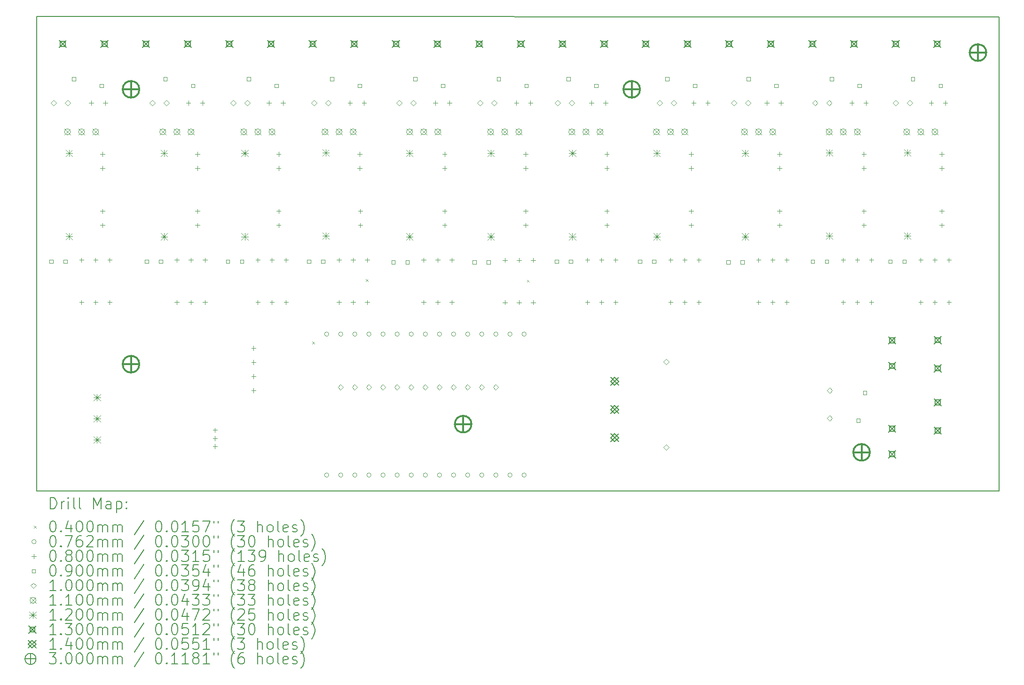
<source format=gbr>
%FSLAX45Y45*%
G04 Gerber Fmt 4.5, Leading zero omitted, Abs format (unit mm)*
G04 Created by KiCad (PCBNEW (6.0.4)) date 2022-05-29 19:48:48*
%MOMM*%
%LPD*%
G01*
G04 APERTURE LIST*
%TA.AperFunction,Profile*%
%ADD10C,0.150000*%
%TD*%
%ADD11C,0.200000*%
%ADD12C,0.040000*%
%ADD13C,0.076200*%
%ADD14C,0.080000*%
%ADD15C,0.090000*%
%ADD16C,0.100000*%
%ADD17C,0.110000*%
%ADD18C,0.120000*%
%ADD19C,0.130000*%
%ADD20C,0.140000*%
%ADD21C,0.300000*%
G04 APERTURE END LIST*
D10*
X3349087Y-12226980D02*
X3349130Y-3675589D01*
X20684587Y-3680380D02*
X20684587Y-12226980D01*
X3349130Y-3675589D02*
X20684587Y-3680380D01*
X5198887Y-9940980D02*
G75*
G03*
X5198887Y-9940980I-148000J0D01*
G01*
X18356087Y-11528480D02*
G75*
G03*
X18356087Y-11528480I-148000J0D01*
G01*
X5198887Y-4986604D02*
G75*
G03*
X5198887Y-4986604I-148000J0D01*
G01*
X20684587Y-12226980D02*
X3349087Y-12226980D01*
X11180587Y-11020480D02*
G75*
G03*
X11180587Y-11020480I-148000J0D01*
G01*
X20451587Y-4324604D02*
G75*
G03*
X20451587Y-4324604I-148000J0D01*
G01*
D11*
D12*
X8315000Y-9535000D02*
X8355000Y-9575000D01*
X8355000Y-9535000D02*
X8315000Y-9575000D01*
X9280000Y-8410000D02*
X9320000Y-8450000D01*
X9320000Y-8410000D02*
X9280000Y-8450000D01*
X12180000Y-8420000D02*
X12220000Y-8460000D01*
X12220000Y-8420000D02*
X12180000Y-8460000D01*
D13*
X8613100Y-9398000D02*
G75*
G03*
X8613100Y-9398000I-38100J0D01*
G01*
X8613100Y-11938000D02*
G75*
G03*
X8613100Y-11938000I-38100J0D01*
G01*
X8867100Y-9398000D02*
G75*
G03*
X8867100Y-9398000I-38100J0D01*
G01*
X8867100Y-11938000D02*
G75*
G03*
X8867100Y-11938000I-38100J0D01*
G01*
X9121100Y-9398000D02*
G75*
G03*
X9121100Y-9398000I-38100J0D01*
G01*
X9121100Y-11938000D02*
G75*
G03*
X9121100Y-11938000I-38100J0D01*
G01*
X9375100Y-9398000D02*
G75*
G03*
X9375100Y-9398000I-38100J0D01*
G01*
X9375100Y-11938000D02*
G75*
G03*
X9375100Y-11938000I-38100J0D01*
G01*
X9629100Y-9398000D02*
G75*
G03*
X9629100Y-9398000I-38100J0D01*
G01*
X9629100Y-11938000D02*
G75*
G03*
X9629100Y-11938000I-38100J0D01*
G01*
X9883100Y-9398000D02*
G75*
G03*
X9883100Y-9398000I-38100J0D01*
G01*
X9883100Y-11938000D02*
G75*
G03*
X9883100Y-11938000I-38100J0D01*
G01*
X10137100Y-9398000D02*
G75*
G03*
X10137100Y-9398000I-38100J0D01*
G01*
X10137100Y-11938000D02*
G75*
G03*
X10137100Y-11938000I-38100J0D01*
G01*
X10391100Y-9398000D02*
G75*
G03*
X10391100Y-9398000I-38100J0D01*
G01*
X10391100Y-11938000D02*
G75*
G03*
X10391100Y-11938000I-38100J0D01*
G01*
X10645100Y-9398000D02*
G75*
G03*
X10645100Y-9398000I-38100J0D01*
G01*
X10645100Y-11938000D02*
G75*
G03*
X10645100Y-11938000I-38100J0D01*
G01*
X10899100Y-9398000D02*
G75*
G03*
X10899100Y-9398000I-38100J0D01*
G01*
X10899100Y-11938000D02*
G75*
G03*
X10899100Y-11938000I-38100J0D01*
G01*
X11153100Y-9398000D02*
G75*
G03*
X11153100Y-9398000I-38100J0D01*
G01*
X11153100Y-11938000D02*
G75*
G03*
X11153100Y-11938000I-38100J0D01*
G01*
X11407100Y-9398000D02*
G75*
G03*
X11407100Y-9398000I-38100J0D01*
G01*
X11407100Y-11938000D02*
G75*
G03*
X11407100Y-11938000I-38100J0D01*
G01*
X11661100Y-9398000D02*
G75*
G03*
X11661100Y-9398000I-38100J0D01*
G01*
X11661100Y-11938000D02*
G75*
G03*
X11661100Y-11938000I-38100J0D01*
G01*
X11915100Y-9398000D02*
G75*
G03*
X11915100Y-9398000I-38100J0D01*
G01*
X11915100Y-11938000D02*
G75*
G03*
X11915100Y-11938000I-38100J0D01*
G01*
X12169100Y-9398000D02*
G75*
G03*
X12169100Y-9398000I-38100J0D01*
G01*
X12169100Y-11938000D02*
G75*
G03*
X12169100Y-11938000I-38100J0D01*
G01*
D14*
X4160887Y-8021980D02*
X4160887Y-8101980D01*
X4120887Y-8061980D02*
X4200887Y-8061980D01*
X4160887Y-8783980D02*
X4160887Y-8863980D01*
X4120887Y-8823980D02*
X4200887Y-8823980D01*
X4334000Y-5192500D02*
X4334000Y-5272500D01*
X4294000Y-5232500D02*
X4374000Y-5232500D01*
X4414887Y-8021980D02*
X4414887Y-8101980D01*
X4374887Y-8061980D02*
X4454887Y-8061980D01*
X4414887Y-8783980D02*
X4414887Y-8863980D01*
X4374887Y-8823980D02*
X4454887Y-8823980D01*
X4540000Y-6115500D02*
X4540000Y-6195500D01*
X4500000Y-6155500D02*
X4580000Y-6155500D01*
X4540000Y-6369500D02*
X4540000Y-6449500D01*
X4500000Y-6409500D02*
X4580000Y-6409500D01*
X4540000Y-7140500D02*
X4540000Y-7220500D01*
X4500000Y-7180500D02*
X4580000Y-7180500D01*
X4540000Y-7394500D02*
X4540000Y-7474500D01*
X4500000Y-7434500D02*
X4580000Y-7434500D01*
X4588000Y-5192500D02*
X4588000Y-5272500D01*
X4548000Y-5232500D02*
X4628000Y-5232500D01*
X4668887Y-8021980D02*
X4668887Y-8101980D01*
X4628887Y-8061980D02*
X4708887Y-8061980D01*
X4668887Y-8783980D02*
X4668887Y-8863980D01*
X4628887Y-8823980D02*
X4708887Y-8823980D01*
X5876387Y-8021980D02*
X5876387Y-8101980D01*
X5836387Y-8061980D02*
X5916387Y-8061980D01*
X5876387Y-8783980D02*
X5876387Y-8863980D01*
X5836387Y-8823980D02*
X5916387Y-8823980D01*
X6085500Y-5192500D02*
X6085500Y-5272500D01*
X6045500Y-5232500D02*
X6125500Y-5232500D01*
X6130387Y-8021980D02*
X6130387Y-8101980D01*
X6090387Y-8061980D02*
X6170387Y-8061980D01*
X6130387Y-8783980D02*
X6130387Y-8863980D01*
X6090387Y-8823980D02*
X6170387Y-8823980D01*
X6250000Y-6115500D02*
X6250000Y-6195500D01*
X6210000Y-6155500D02*
X6290000Y-6155500D01*
X6250000Y-6369500D02*
X6250000Y-6449500D01*
X6210000Y-6409500D02*
X6290000Y-6409500D01*
X6250000Y-7140500D02*
X6250000Y-7220500D01*
X6210000Y-7180500D02*
X6290000Y-7180500D01*
X6250000Y-7394500D02*
X6250000Y-7474500D01*
X6210000Y-7434500D02*
X6290000Y-7434500D01*
X6339500Y-5192500D02*
X6339500Y-5272500D01*
X6299500Y-5232500D02*
X6379500Y-5232500D01*
X6384387Y-8021980D02*
X6384387Y-8101980D01*
X6344387Y-8061980D02*
X6424387Y-8061980D01*
X6384387Y-8783980D02*
X6384387Y-8863980D01*
X6344387Y-8823980D02*
X6424387Y-8823980D01*
X6565696Y-11087783D02*
X6565696Y-11167783D01*
X6525696Y-11127783D02*
X6605696Y-11127783D01*
X6565696Y-11234782D02*
X6565696Y-11314782D01*
X6525696Y-11274782D02*
X6605696Y-11274782D01*
X6565696Y-11381782D02*
X6565696Y-11461782D01*
X6525696Y-11421782D02*
X6605696Y-11421782D01*
X7260250Y-9612000D02*
X7260250Y-9692000D01*
X7220250Y-9652000D02*
X7300250Y-9652000D01*
X7260250Y-9866000D02*
X7260250Y-9946000D01*
X7220250Y-9906000D02*
X7300250Y-9906000D01*
X7260250Y-10120000D02*
X7260250Y-10200000D01*
X7220250Y-10160000D02*
X7300250Y-10160000D01*
X7260250Y-10374000D02*
X7260250Y-10454000D01*
X7220250Y-10414000D02*
X7300250Y-10414000D01*
X7335887Y-8021980D02*
X7335887Y-8101980D01*
X7295887Y-8061980D02*
X7375887Y-8061980D01*
X7335887Y-8783980D02*
X7335887Y-8863980D01*
X7295887Y-8823980D02*
X7375887Y-8823980D01*
X7535500Y-5192500D02*
X7535500Y-5272500D01*
X7495500Y-5232500D02*
X7575500Y-5232500D01*
X7589887Y-8021980D02*
X7589887Y-8101980D01*
X7549887Y-8061980D02*
X7629887Y-8061980D01*
X7589887Y-8783980D02*
X7589887Y-8863980D01*
X7549887Y-8823980D02*
X7629887Y-8823980D01*
X7710000Y-6115500D02*
X7710000Y-6195500D01*
X7670000Y-6155500D02*
X7750000Y-6155500D01*
X7710000Y-6369500D02*
X7710000Y-6449500D01*
X7670000Y-6409500D02*
X7750000Y-6409500D01*
X7710000Y-7140500D02*
X7710000Y-7220500D01*
X7670000Y-7180500D02*
X7750000Y-7180500D01*
X7710000Y-7394500D02*
X7710000Y-7474500D01*
X7670000Y-7434500D02*
X7750000Y-7434500D01*
X7789500Y-5192500D02*
X7789500Y-5272500D01*
X7749500Y-5232500D02*
X7829500Y-5232500D01*
X7843887Y-8021980D02*
X7843887Y-8101980D01*
X7803887Y-8061980D02*
X7883887Y-8061980D01*
X7843887Y-8783980D02*
X7843887Y-8863980D01*
X7803887Y-8823980D02*
X7883887Y-8823980D01*
X8796387Y-8021980D02*
X8796387Y-8101980D01*
X8756387Y-8061980D02*
X8836387Y-8061980D01*
X8796387Y-8783980D02*
X8796387Y-8863980D01*
X8756387Y-8823980D02*
X8836387Y-8823980D01*
X8995500Y-5192500D02*
X8995500Y-5272500D01*
X8955500Y-5232500D02*
X9035500Y-5232500D01*
X9050387Y-8021980D02*
X9050387Y-8101980D01*
X9010387Y-8061980D02*
X9090387Y-8061980D01*
X9050387Y-8783980D02*
X9050387Y-8863980D01*
X9010387Y-8823980D02*
X9090387Y-8823980D01*
X9170000Y-6115500D02*
X9170000Y-6195500D01*
X9130000Y-6155500D02*
X9210000Y-6155500D01*
X9170000Y-6369500D02*
X9170000Y-6449500D01*
X9130000Y-6409500D02*
X9210000Y-6409500D01*
X9180000Y-7140500D02*
X9180000Y-7220500D01*
X9140000Y-7180500D02*
X9220000Y-7180500D01*
X9180000Y-7394500D02*
X9180000Y-7474500D01*
X9140000Y-7434500D02*
X9220000Y-7434500D01*
X9249500Y-5192500D02*
X9249500Y-5272500D01*
X9209500Y-5232500D02*
X9289500Y-5232500D01*
X9304387Y-8021980D02*
X9304387Y-8101980D01*
X9264387Y-8061980D02*
X9344387Y-8061980D01*
X9304387Y-8783980D02*
X9304387Y-8863980D01*
X9264387Y-8823980D02*
X9344387Y-8823980D01*
X10321387Y-8022980D02*
X10321387Y-8102980D01*
X10281387Y-8062980D02*
X10361387Y-8062980D01*
X10321387Y-8784980D02*
X10321387Y-8864980D01*
X10281387Y-8824980D02*
X10361387Y-8824980D01*
X10531000Y-5192500D02*
X10531000Y-5272500D01*
X10491000Y-5232500D02*
X10571000Y-5232500D01*
X10575387Y-8022980D02*
X10575387Y-8102980D01*
X10535387Y-8062980D02*
X10615387Y-8062980D01*
X10575387Y-8784980D02*
X10575387Y-8864980D01*
X10535387Y-8824980D02*
X10615387Y-8824980D01*
X10700000Y-6115500D02*
X10700000Y-6195500D01*
X10660000Y-6155500D02*
X10740000Y-6155500D01*
X10700000Y-6369500D02*
X10700000Y-6449500D01*
X10660000Y-6409500D02*
X10740000Y-6409500D01*
X10700000Y-7140500D02*
X10700000Y-7220500D01*
X10660000Y-7180500D02*
X10740000Y-7180500D01*
X10700000Y-7394500D02*
X10700000Y-7474500D01*
X10660000Y-7434500D02*
X10740000Y-7434500D01*
X10785000Y-5192500D02*
X10785000Y-5272500D01*
X10745000Y-5232500D02*
X10825000Y-5232500D01*
X10829387Y-8022980D02*
X10829387Y-8102980D01*
X10789387Y-8062980D02*
X10869387Y-8062980D01*
X10829387Y-8784980D02*
X10829387Y-8864980D01*
X10789387Y-8824980D02*
X10869387Y-8824980D01*
X11785234Y-8023193D02*
X11785234Y-8103193D01*
X11745234Y-8063193D02*
X11825234Y-8063193D01*
X11785234Y-8785193D02*
X11785234Y-8865193D01*
X11745234Y-8825193D02*
X11825234Y-8825193D01*
X11991000Y-5192500D02*
X11991000Y-5272500D01*
X11951000Y-5232500D02*
X12031000Y-5232500D01*
X12039234Y-8023193D02*
X12039234Y-8103193D01*
X11999234Y-8063193D02*
X12079234Y-8063193D01*
X12039234Y-8785193D02*
X12039234Y-8865193D01*
X11999234Y-8825193D02*
X12079234Y-8825193D01*
X12160000Y-6115500D02*
X12160000Y-6195500D01*
X12120000Y-6155500D02*
X12200000Y-6155500D01*
X12160000Y-6369500D02*
X12160000Y-6449500D01*
X12120000Y-6409500D02*
X12200000Y-6409500D01*
X12160000Y-7140500D02*
X12160000Y-7220500D01*
X12120000Y-7180500D02*
X12200000Y-7180500D01*
X12160000Y-7394500D02*
X12160000Y-7474500D01*
X12120000Y-7434500D02*
X12200000Y-7434500D01*
X12245000Y-5192500D02*
X12245000Y-5272500D01*
X12205000Y-5232500D02*
X12285000Y-5232500D01*
X12293234Y-8023193D02*
X12293234Y-8103193D01*
X12253234Y-8063193D02*
X12333234Y-8063193D01*
X12293234Y-8785193D02*
X12293234Y-8865193D01*
X12253234Y-8825193D02*
X12333234Y-8825193D01*
X13270500Y-8021980D02*
X13270500Y-8101980D01*
X13230500Y-8061980D02*
X13310500Y-8061980D01*
X13270500Y-8783980D02*
X13270500Y-8863980D01*
X13230500Y-8823980D02*
X13310500Y-8823980D01*
X13341887Y-5192500D02*
X13341887Y-5272500D01*
X13301887Y-5232500D02*
X13381887Y-5232500D01*
X13524500Y-8021980D02*
X13524500Y-8101980D01*
X13484500Y-8061980D02*
X13564500Y-8061980D01*
X13524500Y-8783980D02*
X13524500Y-8863980D01*
X13484500Y-8823980D02*
X13564500Y-8823980D01*
X13595887Y-5192500D02*
X13595887Y-5272500D01*
X13555887Y-5232500D02*
X13635887Y-5232500D01*
X13620000Y-6115500D02*
X13620000Y-6195500D01*
X13580000Y-6155500D02*
X13660000Y-6155500D01*
X13620000Y-6369500D02*
X13620000Y-6449500D01*
X13580000Y-6409500D02*
X13660000Y-6409500D01*
X13620000Y-7140500D02*
X13620000Y-7220500D01*
X13580000Y-7180500D02*
X13660000Y-7180500D01*
X13620000Y-7394500D02*
X13620000Y-7474500D01*
X13580000Y-7434500D02*
X13660000Y-7434500D01*
X13778500Y-8021980D02*
X13778500Y-8101980D01*
X13738500Y-8061980D02*
X13818500Y-8061980D01*
X13778500Y-8783980D02*
X13778500Y-8863980D01*
X13738500Y-8823980D02*
X13818500Y-8823980D01*
X14768623Y-8021980D02*
X14768623Y-8101980D01*
X14728623Y-8061980D02*
X14808623Y-8061980D01*
X14768623Y-8783980D02*
X14768623Y-8863980D01*
X14728623Y-8823980D02*
X14808623Y-8823980D01*
X15022623Y-8021980D02*
X15022623Y-8101980D01*
X14982623Y-8061980D02*
X15062623Y-8061980D01*
X15022623Y-8783980D02*
X15022623Y-8863980D01*
X14982623Y-8823980D02*
X15062623Y-8823980D01*
X15140000Y-6115500D02*
X15140000Y-6195500D01*
X15100000Y-6155500D02*
X15180000Y-6155500D01*
X15140000Y-6369500D02*
X15140000Y-6449500D01*
X15100000Y-6409500D02*
X15180000Y-6409500D01*
X15140000Y-7140500D02*
X15140000Y-7220500D01*
X15100000Y-7180500D02*
X15180000Y-7180500D01*
X15140000Y-7394500D02*
X15140000Y-7474500D01*
X15100000Y-7434500D02*
X15180000Y-7434500D01*
X15183387Y-5192500D02*
X15183387Y-5272500D01*
X15143387Y-5232500D02*
X15223387Y-5232500D01*
X15276623Y-8021980D02*
X15276623Y-8101980D01*
X15236623Y-8061980D02*
X15316623Y-8061980D01*
X15276623Y-8783980D02*
X15276623Y-8863980D01*
X15236623Y-8823980D02*
X15316623Y-8823980D01*
X15437387Y-5192500D02*
X15437387Y-5272500D01*
X15397387Y-5232500D02*
X15477387Y-5232500D01*
X16352887Y-8021980D02*
X16352887Y-8101980D01*
X16312887Y-8061980D02*
X16392887Y-8061980D01*
X16352887Y-8783980D02*
X16352887Y-8863980D01*
X16312887Y-8823980D02*
X16392887Y-8823980D01*
X16501000Y-5192500D02*
X16501000Y-5272500D01*
X16461000Y-5232500D02*
X16541000Y-5232500D01*
X16606887Y-8021980D02*
X16606887Y-8101980D01*
X16566887Y-8061980D02*
X16646887Y-8061980D01*
X16606887Y-8783980D02*
X16606887Y-8863980D01*
X16566887Y-8823980D02*
X16646887Y-8823980D01*
X16730000Y-6115500D02*
X16730000Y-6195500D01*
X16690000Y-6155500D02*
X16770000Y-6155500D01*
X16730000Y-6369500D02*
X16730000Y-6449500D01*
X16690000Y-6409500D02*
X16770000Y-6409500D01*
X16730000Y-7140500D02*
X16730000Y-7220500D01*
X16690000Y-7180500D02*
X16770000Y-7180500D01*
X16730000Y-7394500D02*
X16730000Y-7474500D01*
X16690000Y-7434500D02*
X16770000Y-7434500D01*
X16755000Y-5192500D02*
X16755000Y-5272500D01*
X16715000Y-5232500D02*
X16795000Y-5232500D01*
X16860887Y-8021980D02*
X16860887Y-8101980D01*
X16820887Y-8061980D02*
X16900887Y-8061980D01*
X16860887Y-8783980D02*
X16860887Y-8863980D01*
X16820887Y-8823980D02*
X16900887Y-8823980D01*
X17876887Y-8021980D02*
X17876887Y-8101980D01*
X17836887Y-8061980D02*
X17916887Y-8061980D01*
X17876887Y-8783980D02*
X17876887Y-8863980D01*
X17836887Y-8823980D02*
X17916887Y-8823980D01*
X18031000Y-5192500D02*
X18031000Y-5272500D01*
X17991000Y-5232500D02*
X18071000Y-5232500D01*
X18130887Y-8021980D02*
X18130887Y-8101980D01*
X18090887Y-8061980D02*
X18170887Y-8061980D01*
X18130887Y-8783980D02*
X18130887Y-8863980D01*
X18090887Y-8823980D02*
X18170887Y-8823980D01*
X18250000Y-6115500D02*
X18250000Y-6195500D01*
X18210000Y-6155500D02*
X18290000Y-6155500D01*
X18250000Y-6369500D02*
X18250000Y-6449500D01*
X18210000Y-6409500D02*
X18290000Y-6409500D01*
X18250000Y-7140500D02*
X18250000Y-7220500D01*
X18210000Y-7180500D02*
X18290000Y-7180500D01*
X18250000Y-7394500D02*
X18250000Y-7474500D01*
X18210000Y-7434500D02*
X18290000Y-7434500D01*
X18285000Y-5192500D02*
X18285000Y-5272500D01*
X18245000Y-5232500D02*
X18325000Y-5232500D01*
X18384887Y-8021980D02*
X18384887Y-8101980D01*
X18344887Y-8061980D02*
X18424887Y-8061980D01*
X18384887Y-8783980D02*
X18384887Y-8863980D01*
X18344887Y-8823980D02*
X18424887Y-8823980D01*
X19273887Y-8021980D02*
X19273887Y-8101980D01*
X19233887Y-8061980D02*
X19313887Y-8061980D01*
X19273887Y-8783980D02*
X19273887Y-8863980D01*
X19233887Y-8823980D02*
X19313887Y-8823980D01*
X19461000Y-5192500D02*
X19461000Y-5272500D01*
X19421000Y-5232500D02*
X19501000Y-5232500D01*
X19527887Y-8021980D02*
X19527887Y-8101980D01*
X19487887Y-8061980D02*
X19567887Y-8061980D01*
X19527887Y-8783980D02*
X19527887Y-8863980D01*
X19487887Y-8823980D02*
X19567887Y-8823980D01*
X19650000Y-6115500D02*
X19650000Y-6195500D01*
X19610000Y-6155500D02*
X19690000Y-6155500D01*
X19650000Y-6369500D02*
X19650000Y-6449500D01*
X19610000Y-6409500D02*
X19690000Y-6409500D01*
X19650000Y-7140500D02*
X19650000Y-7220500D01*
X19610000Y-7180500D02*
X19690000Y-7180500D01*
X19650000Y-7394500D02*
X19650000Y-7474500D01*
X19610000Y-7434500D02*
X19690000Y-7434500D01*
X19715000Y-5192500D02*
X19715000Y-5272500D01*
X19675000Y-5232500D02*
X19755000Y-5232500D01*
X19781887Y-8021980D02*
X19781887Y-8101980D01*
X19741887Y-8061980D02*
X19821887Y-8061980D01*
X19781887Y-8783980D02*
X19781887Y-8863980D01*
X19741887Y-8823980D02*
X19821887Y-8823980D01*
D15*
X3647820Y-8121820D02*
X3647820Y-8058180D01*
X3584180Y-8058180D01*
X3584180Y-8121820D01*
X3647820Y-8121820D01*
X3901820Y-8121820D02*
X3901820Y-8058180D01*
X3838180Y-8058180D01*
X3838180Y-8121820D01*
X3901820Y-8121820D01*
X4051820Y-4831820D02*
X4051820Y-4768180D01*
X3988180Y-4768180D01*
X3988180Y-4831820D01*
X4051820Y-4831820D01*
X4551820Y-4951820D02*
X4551820Y-4888180D01*
X4488180Y-4888180D01*
X4488180Y-4951820D01*
X4551820Y-4951820D01*
X5367820Y-8121820D02*
X5367820Y-8058180D01*
X5304180Y-8058180D01*
X5304180Y-8121820D01*
X5367820Y-8121820D01*
X5621820Y-8121820D02*
X5621820Y-8058180D01*
X5558180Y-8058180D01*
X5558180Y-8121820D01*
X5621820Y-8121820D01*
X5701820Y-4831820D02*
X5701820Y-4768180D01*
X5638180Y-4768180D01*
X5638180Y-4831820D01*
X5701820Y-4831820D01*
X6201820Y-4951820D02*
X6201820Y-4888180D01*
X6138180Y-4888180D01*
X6138180Y-4951820D01*
X6201820Y-4951820D01*
X6825320Y-8121820D02*
X6825320Y-8058180D01*
X6761680Y-8058180D01*
X6761680Y-8121820D01*
X6825320Y-8121820D01*
X7079320Y-8121820D02*
X7079320Y-8058180D01*
X7015680Y-8058180D01*
X7015680Y-8121820D01*
X7079320Y-8121820D01*
X7201820Y-4831820D02*
X7201820Y-4768180D01*
X7138180Y-4768180D01*
X7138180Y-4831820D01*
X7201820Y-4831820D01*
X7701820Y-4951820D02*
X7701820Y-4888180D01*
X7638180Y-4888180D01*
X7638180Y-4951820D01*
X7701820Y-4951820D01*
X8287820Y-8121820D02*
X8287820Y-8058180D01*
X8224180Y-8058180D01*
X8224180Y-8121820D01*
X8287820Y-8121820D01*
X8541820Y-8121820D02*
X8541820Y-8058180D01*
X8478180Y-8058180D01*
X8478180Y-8121820D01*
X8541820Y-8121820D01*
X8701820Y-4831820D02*
X8701820Y-4768180D01*
X8638180Y-4768180D01*
X8638180Y-4831820D01*
X8701820Y-4831820D01*
X9201820Y-4951820D02*
X9201820Y-4888180D01*
X9138180Y-4888180D01*
X9138180Y-4951820D01*
X9201820Y-4951820D01*
X9805320Y-8131820D02*
X9805320Y-8068180D01*
X9741680Y-8068180D01*
X9741680Y-8131820D01*
X9805320Y-8131820D01*
X10059320Y-8131820D02*
X10059320Y-8068180D01*
X9995680Y-8068180D01*
X9995680Y-8131820D01*
X10059320Y-8131820D01*
X10201820Y-4831820D02*
X10201820Y-4768180D01*
X10138180Y-4768180D01*
X10138180Y-4831820D01*
X10201820Y-4831820D01*
X10701820Y-4951820D02*
X10701820Y-4888180D01*
X10638180Y-4888180D01*
X10638180Y-4951820D01*
X10701820Y-4951820D01*
X11267820Y-8131820D02*
X11267820Y-8068180D01*
X11204180Y-8068180D01*
X11204180Y-8131820D01*
X11267820Y-8131820D01*
X11521820Y-8131820D02*
X11521820Y-8068180D01*
X11458180Y-8068180D01*
X11458180Y-8131820D01*
X11521820Y-8131820D01*
X11701820Y-4831820D02*
X11701820Y-4768180D01*
X11638180Y-4768180D01*
X11638180Y-4831820D01*
X11701820Y-4831820D01*
X12201820Y-4951820D02*
X12201820Y-4888180D01*
X12138180Y-4888180D01*
X12138180Y-4951820D01*
X12201820Y-4951820D01*
X12747820Y-8121820D02*
X12747820Y-8058180D01*
X12684180Y-8058180D01*
X12684180Y-8121820D01*
X12747820Y-8121820D01*
X12960707Y-4831820D02*
X12960707Y-4768180D01*
X12897066Y-4768180D01*
X12897066Y-4831820D01*
X12960707Y-4831820D01*
X13001820Y-8121820D02*
X13001820Y-8058180D01*
X12938180Y-8058180D01*
X12938180Y-8121820D01*
X13001820Y-8121820D01*
X13460707Y-4951820D02*
X13460707Y-4888180D01*
X13397066Y-4888180D01*
X13397066Y-4951820D01*
X13460707Y-4951820D01*
X14247820Y-8121820D02*
X14247820Y-8058180D01*
X14184180Y-8058180D01*
X14184180Y-8121820D01*
X14247820Y-8121820D01*
X14501820Y-8121820D02*
X14501820Y-8058180D01*
X14438180Y-8058180D01*
X14438180Y-8121820D01*
X14501820Y-8121820D01*
X14738707Y-4831820D02*
X14738707Y-4768180D01*
X14675066Y-4768180D01*
X14675066Y-4831820D01*
X14738707Y-4831820D01*
X15238707Y-4951820D02*
X15238707Y-4888180D01*
X15175066Y-4888180D01*
X15175066Y-4951820D01*
X15238707Y-4951820D01*
X15837820Y-8131820D02*
X15837820Y-8068180D01*
X15774180Y-8068180D01*
X15774180Y-8131820D01*
X15837820Y-8131820D01*
X16091820Y-8131820D02*
X16091820Y-8068180D01*
X16028180Y-8068180D01*
X16028180Y-8131820D01*
X16091820Y-8131820D01*
X16201820Y-4831820D02*
X16201820Y-4768180D01*
X16138180Y-4768180D01*
X16138180Y-4831820D01*
X16201820Y-4831820D01*
X16701820Y-4951820D02*
X16701820Y-4888180D01*
X16638180Y-4888180D01*
X16638180Y-4951820D01*
X16701820Y-4951820D01*
X17357820Y-8121820D02*
X17357820Y-8058180D01*
X17294180Y-8058180D01*
X17294180Y-8121820D01*
X17357820Y-8121820D01*
X17611820Y-8121820D02*
X17611820Y-8058180D01*
X17548180Y-8058180D01*
X17548180Y-8121820D01*
X17611820Y-8121820D01*
X17701820Y-4831820D02*
X17701820Y-4768180D01*
X17638180Y-4768180D01*
X17638180Y-4831820D01*
X17701820Y-4831820D01*
X18179907Y-10984800D02*
X18179907Y-10921160D01*
X18116267Y-10921160D01*
X18116267Y-10984800D01*
X18179907Y-10984800D01*
X18201820Y-4951820D02*
X18201820Y-4888180D01*
X18138180Y-4888180D01*
X18138180Y-4951820D01*
X18201820Y-4951820D01*
X18299907Y-10484800D02*
X18299907Y-10421160D01*
X18236267Y-10421160D01*
X18236267Y-10484800D01*
X18299907Y-10484800D01*
X18757820Y-8121820D02*
X18757820Y-8058180D01*
X18694180Y-8058180D01*
X18694180Y-8121820D01*
X18757820Y-8121820D01*
X19011820Y-8121820D02*
X19011820Y-8058180D01*
X18948180Y-8058180D01*
X18948180Y-8121820D01*
X19011820Y-8121820D01*
X19161820Y-4831820D02*
X19161820Y-4768180D01*
X19098180Y-4768180D01*
X19098180Y-4831820D01*
X19161820Y-4831820D01*
X19661820Y-4951820D02*
X19661820Y-4888180D01*
X19598180Y-4888180D01*
X19598180Y-4951820D01*
X19661820Y-4951820D01*
D16*
X3660000Y-5280000D02*
X3710000Y-5230000D01*
X3660000Y-5180000D01*
X3610000Y-5230000D01*
X3660000Y-5280000D01*
X3914000Y-5280000D02*
X3964000Y-5230000D01*
X3914000Y-5180000D01*
X3864000Y-5230000D01*
X3914000Y-5280000D01*
X5438570Y-5280000D02*
X5488570Y-5230000D01*
X5438570Y-5180000D01*
X5388570Y-5230000D01*
X5438570Y-5280000D01*
X5692570Y-5280000D02*
X5742570Y-5230000D01*
X5692570Y-5180000D01*
X5642570Y-5230000D01*
X5692570Y-5280000D01*
X6889387Y-5280000D02*
X6939387Y-5230000D01*
X6889387Y-5180000D01*
X6839387Y-5230000D01*
X6889387Y-5280000D01*
X7143387Y-5280000D02*
X7193387Y-5230000D01*
X7143387Y-5180000D01*
X7093387Y-5230000D01*
X7143387Y-5280000D01*
X8349887Y-5280000D02*
X8399887Y-5230000D01*
X8349887Y-5180000D01*
X8299887Y-5230000D01*
X8349887Y-5280000D01*
X8603887Y-5280000D02*
X8653887Y-5230000D01*
X8603887Y-5180000D01*
X8553887Y-5230000D01*
X8603887Y-5280000D01*
X8826500Y-10400500D02*
X8876500Y-10350500D01*
X8826500Y-10300500D01*
X8776500Y-10350500D01*
X8826500Y-10400500D01*
X9080500Y-10400500D02*
X9130500Y-10350500D01*
X9080500Y-10300500D01*
X9030500Y-10350500D01*
X9080500Y-10400500D01*
X9334500Y-10400500D02*
X9384500Y-10350500D01*
X9334500Y-10300500D01*
X9284500Y-10350500D01*
X9334500Y-10400500D01*
X9588500Y-10400500D02*
X9638500Y-10350500D01*
X9588500Y-10300500D01*
X9538500Y-10350500D01*
X9588500Y-10400500D01*
X9842500Y-10400500D02*
X9892500Y-10350500D01*
X9842500Y-10300500D01*
X9792500Y-10350500D01*
X9842500Y-10400500D01*
X9878887Y-5282000D02*
X9928887Y-5232000D01*
X9878887Y-5182000D01*
X9828887Y-5232000D01*
X9878887Y-5282000D01*
X10096500Y-10400500D02*
X10146500Y-10350500D01*
X10096500Y-10300500D01*
X10046500Y-10350500D01*
X10096500Y-10400500D01*
X10132887Y-5282000D02*
X10182887Y-5232000D01*
X10132887Y-5182000D01*
X10082887Y-5232000D01*
X10132887Y-5282000D01*
X10350500Y-10400500D02*
X10400500Y-10350500D01*
X10350500Y-10300500D01*
X10300500Y-10350500D01*
X10350500Y-10400500D01*
X10604500Y-10400500D02*
X10654500Y-10350500D01*
X10604500Y-10300500D01*
X10554500Y-10350500D01*
X10604500Y-10400500D01*
X10858500Y-10400500D02*
X10908500Y-10350500D01*
X10858500Y-10300500D01*
X10808500Y-10350500D01*
X10858500Y-10400500D01*
X11112500Y-10400500D02*
X11162500Y-10350500D01*
X11112500Y-10300500D01*
X11062500Y-10350500D01*
X11112500Y-10400500D01*
X11334387Y-5280000D02*
X11384387Y-5230000D01*
X11334387Y-5180000D01*
X11284387Y-5230000D01*
X11334387Y-5280000D01*
X11366500Y-10400500D02*
X11416500Y-10350500D01*
X11366500Y-10300500D01*
X11316500Y-10350500D01*
X11366500Y-10400500D01*
X11588387Y-5280000D02*
X11638387Y-5230000D01*
X11588387Y-5180000D01*
X11538387Y-5230000D01*
X11588387Y-5280000D01*
X11620500Y-10400500D02*
X11670500Y-10350500D01*
X11620500Y-10300500D01*
X11570500Y-10350500D01*
X11620500Y-10400500D01*
X12731387Y-5280000D02*
X12781387Y-5230000D01*
X12731387Y-5180000D01*
X12681387Y-5230000D01*
X12731387Y-5280000D01*
X12985387Y-5280000D02*
X13035387Y-5230000D01*
X12985387Y-5180000D01*
X12935387Y-5230000D01*
X12985387Y-5280000D01*
X14572887Y-5280000D02*
X14622887Y-5230000D01*
X14572887Y-5180000D01*
X14522887Y-5230000D01*
X14572887Y-5280000D01*
X14692337Y-9945254D02*
X14742337Y-9895254D01*
X14692337Y-9845254D01*
X14642337Y-9895254D01*
X14692337Y-9945254D01*
X14692337Y-11485254D02*
X14742337Y-11435254D01*
X14692337Y-11385254D01*
X14642337Y-11435254D01*
X14692337Y-11485254D01*
X14826887Y-5280000D02*
X14876887Y-5230000D01*
X14826887Y-5180000D01*
X14776887Y-5230000D01*
X14826887Y-5280000D01*
X15910000Y-5280000D02*
X15960000Y-5230000D01*
X15910000Y-5180000D01*
X15860000Y-5230000D01*
X15910000Y-5280000D01*
X16164000Y-5280000D02*
X16214000Y-5230000D01*
X16164000Y-5180000D01*
X16114000Y-5230000D01*
X16164000Y-5280000D01*
X17370000Y-5280000D02*
X17420000Y-5230000D01*
X17370000Y-5180000D01*
X17320000Y-5230000D01*
X17370000Y-5280000D01*
X17624000Y-5280000D02*
X17674000Y-5230000D01*
X17624000Y-5180000D01*
X17574000Y-5230000D01*
X17624000Y-5280000D01*
X17632337Y-10465254D02*
X17682337Y-10415254D01*
X17632337Y-10365254D01*
X17582337Y-10415254D01*
X17632337Y-10465254D01*
X17632337Y-10965254D02*
X17682337Y-10915254D01*
X17632337Y-10865254D01*
X17582337Y-10915254D01*
X17632337Y-10965254D01*
X18820000Y-5280000D02*
X18870000Y-5230000D01*
X18820000Y-5180000D01*
X18770000Y-5230000D01*
X18820000Y-5280000D01*
X19074000Y-5280000D02*
X19124000Y-5230000D01*
X19074000Y-5180000D01*
X19024000Y-5230000D01*
X19074000Y-5280000D01*
D17*
X3852887Y-5697961D02*
X3962887Y-5807961D01*
X3962887Y-5697961D02*
X3852887Y-5807961D01*
X3962887Y-5752961D02*
G75*
G03*
X3962887Y-5752961I-55000J0D01*
G01*
X4106887Y-5697961D02*
X4216887Y-5807961D01*
X4216887Y-5697961D02*
X4106887Y-5807961D01*
X4216887Y-5752961D02*
G75*
G03*
X4216887Y-5752961I-55000J0D01*
G01*
X4360887Y-5697961D02*
X4470887Y-5807961D01*
X4470887Y-5697961D02*
X4360887Y-5807961D01*
X4470887Y-5752961D02*
G75*
G03*
X4470887Y-5752961I-55000J0D01*
G01*
X5567387Y-5697961D02*
X5677387Y-5807961D01*
X5677387Y-5697961D02*
X5567387Y-5807961D01*
X5677387Y-5752961D02*
G75*
G03*
X5677387Y-5752961I-55000J0D01*
G01*
X5821387Y-5697961D02*
X5931387Y-5807961D01*
X5931387Y-5697961D02*
X5821387Y-5807961D01*
X5931387Y-5752961D02*
G75*
G03*
X5931387Y-5752961I-55000J0D01*
G01*
X6075387Y-5697961D02*
X6185387Y-5807961D01*
X6185387Y-5697961D02*
X6075387Y-5807961D01*
X6185387Y-5752961D02*
G75*
G03*
X6185387Y-5752961I-55000J0D01*
G01*
X7027887Y-5697961D02*
X7137887Y-5807961D01*
X7137887Y-5697961D02*
X7027887Y-5807961D01*
X7137887Y-5752961D02*
G75*
G03*
X7137887Y-5752961I-55000J0D01*
G01*
X7281887Y-5697961D02*
X7391887Y-5807961D01*
X7391887Y-5697961D02*
X7281887Y-5807961D01*
X7391887Y-5752961D02*
G75*
G03*
X7391887Y-5752961I-55000J0D01*
G01*
X7535887Y-5697961D02*
X7645887Y-5807961D01*
X7645887Y-5697961D02*
X7535887Y-5807961D01*
X7645887Y-5752961D02*
G75*
G03*
X7645887Y-5752961I-55000J0D01*
G01*
X8488387Y-5697961D02*
X8598387Y-5807961D01*
X8598387Y-5697961D02*
X8488387Y-5807961D01*
X8598387Y-5752961D02*
G75*
G03*
X8598387Y-5752961I-55000J0D01*
G01*
X8742387Y-5697961D02*
X8852387Y-5807961D01*
X8852387Y-5697961D02*
X8742387Y-5807961D01*
X8852387Y-5752961D02*
G75*
G03*
X8852387Y-5752961I-55000J0D01*
G01*
X8996387Y-5697961D02*
X9106387Y-5807961D01*
X9106387Y-5697961D02*
X8996387Y-5807961D01*
X9106387Y-5752961D02*
G75*
G03*
X9106387Y-5752961I-55000J0D01*
G01*
X10012387Y-5697961D02*
X10122387Y-5807961D01*
X10122387Y-5697961D02*
X10012387Y-5807961D01*
X10122387Y-5752961D02*
G75*
G03*
X10122387Y-5752961I-55000J0D01*
G01*
X10266387Y-5697961D02*
X10376387Y-5807961D01*
X10376387Y-5697961D02*
X10266387Y-5807961D01*
X10376387Y-5752961D02*
G75*
G03*
X10376387Y-5752961I-55000J0D01*
G01*
X10520387Y-5697961D02*
X10630387Y-5807961D01*
X10630387Y-5697961D02*
X10520387Y-5807961D01*
X10630387Y-5752961D02*
G75*
G03*
X10630387Y-5752961I-55000J0D01*
G01*
X11472887Y-5697961D02*
X11582887Y-5807961D01*
X11582887Y-5697961D02*
X11472887Y-5807961D01*
X11582887Y-5752961D02*
G75*
G03*
X11582887Y-5752961I-55000J0D01*
G01*
X11726887Y-5697961D02*
X11836887Y-5807961D01*
X11836887Y-5697961D02*
X11726887Y-5807961D01*
X11836887Y-5752961D02*
G75*
G03*
X11836887Y-5752961I-55000J0D01*
G01*
X11980887Y-5697961D02*
X12090887Y-5807961D01*
X12090887Y-5697961D02*
X11980887Y-5807961D01*
X12090887Y-5752961D02*
G75*
G03*
X12090887Y-5752961I-55000J0D01*
G01*
X12933387Y-5697961D02*
X13043387Y-5807961D01*
X13043387Y-5697961D02*
X12933387Y-5807961D01*
X13043387Y-5752961D02*
G75*
G03*
X13043387Y-5752961I-55000J0D01*
G01*
X13187387Y-5697961D02*
X13297387Y-5807961D01*
X13297387Y-5697961D02*
X13187387Y-5807961D01*
X13297387Y-5752961D02*
G75*
G03*
X13297387Y-5752961I-55000J0D01*
G01*
X13441387Y-5697961D02*
X13551387Y-5807961D01*
X13551387Y-5697961D02*
X13441387Y-5807961D01*
X13551387Y-5752961D02*
G75*
G03*
X13551387Y-5752961I-55000J0D01*
G01*
X14457387Y-5697961D02*
X14567387Y-5807961D01*
X14567387Y-5697961D02*
X14457387Y-5807961D01*
X14567387Y-5752961D02*
G75*
G03*
X14567387Y-5752961I-55000J0D01*
G01*
X14711387Y-5697961D02*
X14821387Y-5807961D01*
X14821387Y-5697961D02*
X14711387Y-5807961D01*
X14821387Y-5752961D02*
G75*
G03*
X14821387Y-5752961I-55000J0D01*
G01*
X14965387Y-5697961D02*
X15075387Y-5807961D01*
X15075387Y-5697961D02*
X14965387Y-5807961D01*
X15075387Y-5752961D02*
G75*
G03*
X15075387Y-5752961I-55000J0D01*
G01*
X16044887Y-5697961D02*
X16154887Y-5807961D01*
X16154887Y-5697961D02*
X16044887Y-5807961D01*
X16154887Y-5752961D02*
G75*
G03*
X16154887Y-5752961I-55000J0D01*
G01*
X16298887Y-5697961D02*
X16408887Y-5807961D01*
X16408887Y-5697961D02*
X16298887Y-5807961D01*
X16408887Y-5752961D02*
G75*
G03*
X16408887Y-5752961I-55000J0D01*
G01*
X16552887Y-5697961D02*
X16662887Y-5807961D01*
X16662887Y-5697961D02*
X16552887Y-5807961D01*
X16662887Y-5752961D02*
G75*
G03*
X16662887Y-5752961I-55000J0D01*
G01*
X17568887Y-5697961D02*
X17678887Y-5807961D01*
X17678887Y-5697961D02*
X17568887Y-5807961D01*
X17678887Y-5752961D02*
G75*
G03*
X17678887Y-5752961I-55000J0D01*
G01*
X17822887Y-5697961D02*
X17932887Y-5807961D01*
X17932887Y-5697961D02*
X17822887Y-5807961D01*
X17932887Y-5752961D02*
G75*
G03*
X17932887Y-5752961I-55000J0D01*
G01*
X18076887Y-5697961D02*
X18186887Y-5807961D01*
X18186887Y-5697961D02*
X18076887Y-5807961D01*
X18186887Y-5752961D02*
G75*
G03*
X18186887Y-5752961I-55000J0D01*
G01*
X18965887Y-5697961D02*
X19075887Y-5807961D01*
X19075887Y-5697961D02*
X18965887Y-5807961D01*
X19075887Y-5752961D02*
G75*
G03*
X19075887Y-5752961I-55000J0D01*
G01*
X19219887Y-5697961D02*
X19329887Y-5807961D01*
X19329887Y-5697961D02*
X19219887Y-5807961D01*
X19329887Y-5752961D02*
G75*
G03*
X19329887Y-5752961I-55000J0D01*
G01*
X19473887Y-5697961D02*
X19583887Y-5807961D01*
X19583887Y-5697961D02*
X19473887Y-5807961D01*
X19583887Y-5752961D02*
G75*
G03*
X19583887Y-5752961I-55000J0D01*
G01*
D18*
X3876407Y-6076465D02*
X3996407Y-6196465D01*
X3996407Y-6076465D02*
X3876407Y-6196465D01*
X3936407Y-6076465D02*
X3936407Y-6196465D01*
X3876407Y-6136465D02*
X3996407Y-6136465D01*
X3876407Y-7576465D02*
X3996407Y-7696465D01*
X3996407Y-7576465D02*
X3876407Y-7696465D01*
X3936407Y-7576465D02*
X3936407Y-7696465D01*
X3876407Y-7636465D02*
X3996407Y-7636465D01*
X4380500Y-10481000D02*
X4500500Y-10601000D01*
X4500500Y-10481000D02*
X4380500Y-10601000D01*
X4440500Y-10481000D02*
X4440500Y-10601000D01*
X4380500Y-10541000D02*
X4500500Y-10541000D01*
X4380500Y-10862000D02*
X4500500Y-10982000D01*
X4500500Y-10862000D02*
X4380500Y-10982000D01*
X4440500Y-10862000D02*
X4440500Y-10982000D01*
X4380500Y-10922000D02*
X4500500Y-10922000D01*
X4380500Y-11243000D02*
X4500500Y-11363000D01*
X4500500Y-11243000D02*
X4380500Y-11363000D01*
X4440500Y-11243000D02*
X4440500Y-11363000D01*
X4380500Y-11303000D02*
X4500500Y-11303000D01*
X5590000Y-6080000D02*
X5710000Y-6200000D01*
X5710000Y-6080000D02*
X5590000Y-6200000D01*
X5650000Y-6080000D02*
X5650000Y-6200000D01*
X5590000Y-6140000D02*
X5710000Y-6140000D01*
X5590000Y-7580000D02*
X5710000Y-7700000D01*
X5710000Y-7580000D02*
X5590000Y-7700000D01*
X5650000Y-7580000D02*
X5650000Y-7700000D01*
X5590000Y-7640000D02*
X5710000Y-7640000D01*
X7040000Y-6080000D02*
X7160000Y-6200000D01*
X7160000Y-6080000D02*
X7040000Y-6200000D01*
X7100000Y-6080000D02*
X7100000Y-6200000D01*
X7040000Y-6140000D02*
X7160000Y-6140000D01*
X7040000Y-7580000D02*
X7160000Y-7700000D01*
X7160000Y-7580000D02*
X7040000Y-7700000D01*
X7100000Y-7580000D02*
X7100000Y-7700000D01*
X7040000Y-7640000D02*
X7160000Y-7640000D01*
X8500000Y-6070000D02*
X8620000Y-6190000D01*
X8620000Y-6070000D02*
X8500000Y-6190000D01*
X8560000Y-6070000D02*
X8560000Y-6190000D01*
X8500000Y-6130000D02*
X8620000Y-6130000D01*
X8500000Y-7570000D02*
X8620000Y-7690000D01*
X8620000Y-7570000D02*
X8500000Y-7690000D01*
X8560000Y-7570000D02*
X8560000Y-7690000D01*
X8500000Y-7630000D02*
X8620000Y-7630000D01*
X10010000Y-6080000D02*
X10130000Y-6200000D01*
X10130000Y-6080000D02*
X10010000Y-6200000D01*
X10070000Y-6080000D02*
X10070000Y-6200000D01*
X10010000Y-6140000D02*
X10130000Y-6140000D01*
X10010000Y-7580000D02*
X10130000Y-7700000D01*
X10130000Y-7580000D02*
X10010000Y-7700000D01*
X10070000Y-7580000D02*
X10070000Y-7700000D01*
X10010000Y-7640000D02*
X10130000Y-7640000D01*
X11470000Y-6080000D02*
X11590000Y-6200000D01*
X11590000Y-6080000D02*
X11470000Y-6200000D01*
X11530000Y-6080000D02*
X11530000Y-6200000D01*
X11470000Y-6140000D02*
X11590000Y-6140000D01*
X11470000Y-7580000D02*
X11590000Y-7700000D01*
X11590000Y-7580000D02*
X11470000Y-7700000D01*
X11530000Y-7580000D02*
X11530000Y-7700000D01*
X11470000Y-7640000D02*
X11590000Y-7640000D01*
X12940000Y-6080000D02*
X13060000Y-6200000D01*
X13060000Y-6080000D02*
X12940000Y-6200000D01*
X13000000Y-6080000D02*
X13000000Y-6200000D01*
X12940000Y-6140000D02*
X13060000Y-6140000D01*
X12940000Y-7580000D02*
X13060000Y-7700000D01*
X13060000Y-7580000D02*
X12940000Y-7700000D01*
X13000000Y-7580000D02*
X13000000Y-7700000D01*
X12940000Y-7640000D02*
X13060000Y-7640000D01*
X14460000Y-6080000D02*
X14580000Y-6200000D01*
X14580000Y-6080000D02*
X14460000Y-6200000D01*
X14520000Y-6080000D02*
X14520000Y-6200000D01*
X14460000Y-6140000D02*
X14580000Y-6140000D01*
X14460000Y-7580000D02*
X14580000Y-7700000D01*
X14580000Y-7580000D02*
X14460000Y-7700000D01*
X14520000Y-7580000D02*
X14520000Y-7700000D01*
X14460000Y-7640000D02*
X14580000Y-7640000D01*
X16050000Y-6080000D02*
X16170000Y-6200000D01*
X16170000Y-6080000D02*
X16050000Y-6200000D01*
X16110000Y-6080000D02*
X16110000Y-6200000D01*
X16050000Y-6140000D02*
X16170000Y-6140000D01*
X16050000Y-7580000D02*
X16170000Y-7700000D01*
X16170000Y-7580000D02*
X16050000Y-7700000D01*
X16110000Y-7580000D02*
X16110000Y-7700000D01*
X16050000Y-7640000D02*
X16170000Y-7640000D01*
X17570000Y-6070000D02*
X17690000Y-6190000D01*
X17690000Y-6070000D02*
X17570000Y-6190000D01*
X17630000Y-6070000D02*
X17630000Y-6190000D01*
X17570000Y-6130000D02*
X17690000Y-6130000D01*
X17570000Y-7570000D02*
X17690000Y-7690000D01*
X17690000Y-7570000D02*
X17570000Y-7690000D01*
X17630000Y-7570000D02*
X17630000Y-7690000D01*
X17570000Y-7630000D02*
X17690000Y-7630000D01*
X18970000Y-6070000D02*
X19090000Y-6190000D01*
X19090000Y-6070000D02*
X18970000Y-6190000D01*
X19030000Y-6070000D02*
X19030000Y-6190000D01*
X18970000Y-6130000D02*
X19090000Y-6130000D01*
X18970000Y-7570000D02*
X19090000Y-7690000D01*
X19090000Y-7570000D02*
X18970000Y-7690000D01*
X19030000Y-7570000D02*
X19030000Y-7690000D01*
X18970000Y-7630000D02*
X19090000Y-7630000D01*
D19*
X3757889Y-4101535D02*
X3887889Y-4231535D01*
X3887889Y-4101535D02*
X3757889Y-4231535D01*
X3868852Y-4212497D02*
X3868852Y-4120572D01*
X3776927Y-4120572D01*
X3776927Y-4212497D01*
X3868852Y-4212497D01*
X4507889Y-4101535D02*
X4637889Y-4231535D01*
X4637889Y-4101535D02*
X4507889Y-4231535D01*
X4618852Y-4212497D02*
X4618852Y-4120572D01*
X4526927Y-4120572D01*
X4526927Y-4212497D01*
X4618852Y-4212497D01*
X5257889Y-4101535D02*
X5387889Y-4231535D01*
X5387889Y-4101535D02*
X5257889Y-4231535D01*
X5368852Y-4212497D02*
X5368852Y-4120572D01*
X5276927Y-4120572D01*
X5276927Y-4212497D01*
X5368852Y-4212497D01*
X6007889Y-4101535D02*
X6137889Y-4231535D01*
X6137889Y-4101535D02*
X6007889Y-4231535D01*
X6118852Y-4212497D02*
X6118852Y-4120572D01*
X6026927Y-4120572D01*
X6026927Y-4212497D01*
X6118852Y-4212497D01*
X6757889Y-4101535D02*
X6887889Y-4231535D01*
X6887889Y-4101535D02*
X6757889Y-4231535D01*
X6868852Y-4212497D02*
X6868852Y-4120572D01*
X6776927Y-4120572D01*
X6776927Y-4212497D01*
X6868852Y-4212497D01*
X7507889Y-4101535D02*
X7637889Y-4231535D01*
X7637889Y-4101535D02*
X7507889Y-4231535D01*
X7618852Y-4212497D02*
X7618852Y-4120572D01*
X7526927Y-4120572D01*
X7526927Y-4212497D01*
X7618852Y-4212497D01*
X8257889Y-4101535D02*
X8387889Y-4231535D01*
X8387889Y-4101535D02*
X8257889Y-4231535D01*
X8368852Y-4212497D02*
X8368852Y-4120572D01*
X8276927Y-4120572D01*
X8276927Y-4212497D01*
X8368852Y-4212497D01*
X9007889Y-4101535D02*
X9137889Y-4231535D01*
X9137889Y-4101535D02*
X9007889Y-4231535D01*
X9118852Y-4212497D02*
X9118852Y-4120572D01*
X9026927Y-4120572D01*
X9026927Y-4212497D01*
X9118852Y-4212497D01*
X9757889Y-4101535D02*
X9887889Y-4231535D01*
X9887889Y-4101535D02*
X9757889Y-4231535D01*
X9868852Y-4212497D02*
X9868852Y-4120572D01*
X9776927Y-4120572D01*
X9776927Y-4212497D01*
X9868852Y-4212497D01*
X10507889Y-4101535D02*
X10637889Y-4231535D01*
X10637889Y-4101535D02*
X10507889Y-4231535D01*
X10618852Y-4212497D02*
X10618852Y-4120572D01*
X10526927Y-4120572D01*
X10526927Y-4212497D01*
X10618852Y-4212497D01*
X11257889Y-4101535D02*
X11387889Y-4231535D01*
X11387889Y-4101535D02*
X11257889Y-4231535D01*
X11368852Y-4212497D02*
X11368852Y-4120572D01*
X11276927Y-4120572D01*
X11276927Y-4212497D01*
X11368852Y-4212497D01*
X12007889Y-4101535D02*
X12137889Y-4231535D01*
X12137889Y-4101535D02*
X12007889Y-4231535D01*
X12118852Y-4212497D02*
X12118852Y-4120572D01*
X12026927Y-4120572D01*
X12026927Y-4212497D01*
X12118852Y-4212497D01*
X12757889Y-4101535D02*
X12887889Y-4231535D01*
X12887889Y-4101535D02*
X12757889Y-4231535D01*
X12868852Y-4212497D02*
X12868852Y-4120572D01*
X12776927Y-4120572D01*
X12776927Y-4212497D01*
X12868852Y-4212497D01*
X13507889Y-4101535D02*
X13637889Y-4231535D01*
X13637889Y-4101535D02*
X13507889Y-4231535D01*
X13618852Y-4212497D02*
X13618852Y-4120572D01*
X13526927Y-4120572D01*
X13526927Y-4212497D01*
X13618852Y-4212497D01*
X14257889Y-4101535D02*
X14387889Y-4231535D01*
X14387889Y-4101535D02*
X14257889Y-4231535D01*
X14368852Y-4212497D02*
X14368852Y-4120572D01*
X14276927Y-4120572D01*
X14276927Y-4212497D01*
X14368852Y-4212497D01*
X15007889Y-4101535D02*
X15137889Y-4231535D01*
X15137889Y-4101535D02*
X15007889Y-4231535D01*
X15118852Y-4212497D02*
X15118852Y-4120572D01*
X15026927Y-4120572D01*
X15026927Y-4212497D01*
X15118852Y-4212497D01*
X15757889Y-4101535D02*
X15887889Y-4231535D01*
X15887889Y-4101535D02*
X15757889Y-4231535D01*
X15868852Y-4212497D02*
X15868852Y-4120572D01*
X15776927Y-4120572D01*
X15776927Y-4212497D01*
X15868852Y-4212497D01*
X16507889Y-4101535D02*
X16637889Y-4231535D01*
X16637889Y-4101535D02*
X16507889Y-4231535D01*
X16618852Y-4212497D02*
X16618852Y-4120572D01*
X16526927Y-4120572D01*
X16526927Y-4212497D01*
X16618852Y-4212497D01*
X17257889Y-4101535D02*
X17387889Y-4231535D01*
X17387889Y-4101535D02*
X17257889Y-4231535D01*
X17368852Y-4212497D02*
X17368852Y-4120572D01*
X17276927Y-4120572D01*
X17276927Y-4212497D01*
X17368852Y-4212497D01*
X18007889Y-4101535D02*
X18137889Y-4231535D01*
X18137889Y-4101535D02*
X18007889Y-4231535D01*
X18118852Y-4212497D02*
X18118852Y-4120572D01*
X18026927Y-4120572D01*
X18026927Y-4212497D01*
X18118852Y-4212497D01*
X18691445Y-9447858D02*
X18821445Y-9577858D01*
X18821445Y-9447858D02*
X18691445Y-9577858D01*
X18802407Y-9558820D02*
X18802407Y-9466896D01*
X18710482Y-9466896D01*
X18710482Y-9558820D01*
X18802407Y-9558820D01*
X18691445Y-9907858D02*
X18821445Y-10037858D01*
X18821445Y-9907858D02*
X18691445Y-10037858D01*
X18802407Y-10018820D02*
X18802407Y-9926896D01*
X18710482Y-9926896D01*
X18710482Y-10018820D01*
X18802407Y-10018820D01*
X18691445Y-11037858D02*
X18821445Y-11167858D01*
X18821445Y-11037858D02*
X18691445Y-11167858D01*
X18802407Y-11148820D02*
X18802407Y-11056896D01*
X18710482Y-11056896D01*
X18710482Y-11148820D01*
X18802407Y-11148820D01*
X18691445Y-11497858D02*
X18821445Y-11627858D01*
X18821445Y-11497858D02*
X18691445Y-11627858D01*
X18802407Y-11608820D02*
X18802407Y-11516895D01*
X18710482Y-11516895D01*
X18710482Y-11608820D01*
X18802407Y-11608820D01*
X18757889Y-4101535D02*
X18887889Y-4231535D01*
X18887889Y-4101535D02*
X18757889Y-4231535D01*
X18868852Y-4212497D02*
X18868852Y-4120572D01*
X18776927Y-4120572D01*
X18776927Y-4212497D01*
X18868852Y-4212497D01*
X19507889Y-4101535D02*
X19637889Y-4231535D01*
X19637889Y-4101535D02*
X19507889Y-4231535D01*
X19618852Y-4212497D02*
X19618852Y-4120572D01*
X19526927Y-4120572D01*
X19526927Y-4212497D01*
X19618852Y-4212497D01*
X19515000Y-9441500D02*
X19645000Y-9571500D01*
X19645000Y-9441500D02*
X19515000Y-9571500D01*
X19625962Y-9552462D02*
X19625962Y-9460538D01*
X19534038Y-9460538D01*
X19534038Y-9552462D01*
X19625962Y-9552462D01*
X19515000Y-9949500D02*
X19645000Y-10079500D01*
X19645000Y-9949500D02*
X19515000Y-10079500D01*
X19625962Y-10060462D02*
X19625962Y-9968538D01*
X19534038Y-9968538D01*
X19534038Y-10060462D01*
X19625962Y-10060462D01*
X19515000Y-10561500D02*
X19645000Y-10691500D01*
X19645000Y-10561500D02*
X19515000Y-10691500D01*
X19625962Y-10672462D02*
X19625962Y-10580538D01*
X19534038Y-10580538D01*
X19534038Y-10672462D01*
X19625962Y-10672462D01*
X19515000Y-11069500D02*
X19645000Y-11199500D01*
X19645000Y-11069500D02*
X19515000Y-11199500D01*
X19625962Y-11180462D02*
X19625962Y-11088538D01*
X19534038Y-11088538D01*
X19534038Y-11180462D01*
X19625962Y-11180462D01*
D20*
X13690861Y-10177776D02*
X13830861Y-10317776D01*
X13830861Y-10177776D02*
X13690861Y-10317776D01*
X13760861Y-10317776D02*
X13830861Y-10247776D01*
X13760861Y-10177776D01*
X13690861Y-10247776D01*
X13760861Y-10317776D01*
X13690861Y-10685776D02*
X13830861Y-10825776D01*
X13830861Y-10685776D02*
X13690861Y-10825776D01*
X13760861Y-10825776D02*
X13830861Y-10755776D01*
X13760861Y-10685776D01*
X13690861Y-10755776D01*
X13760861Y-10825776D01*
X13690861Y-11193776D02*
X13830861Y-11333776D01*
X13830861Y-11193776D02*
X13690861Y-11333776D01*
X13760861Y-11333776D02*
X13830861Y-11263776D01*
X13760861Y-11193776D01*
X13690861Y-11263776D01*
X13760861Y-11333776D01*
D21*
X5051375Y-9790167D02*
X5051375Y-10090167D01*
X4901375Y-9940167D02*
X5201375Y-9940167D01*
X5201375Y-9940167D02*
G75*
G03*
X5201375Y-9940167I-150000J0D01*
G01*
X5051473Y-4836171D02*
X5051473Y-5136171D01*
X4901473Y-4986171D02*
X5201473Y-4986171D01*
X5201473Y-4986171D02*
G75*
G03*
X5201473Y-4986171I-150000J0D01*
G01*
X11032651Y-10870280D02*
X11032651Y-11170280D01*
X10882651Y-11020280D02*
X11182651Y-11020280D01*
X11182651Y-11020280D02*
G75*
G03*
X11182651Y-11020280I-150000J0D01*
G01*
X14068262Y-4836510D02*
X14068262Y-5136510D01*
X13918262Y-4986510D02*
X14218262Y-4986510D01*
X14218262Y-4986510D02*
G75*
G03*
X14218262Y-4986510I-150000J0D01*
G01*
X18207776Y-11378247D02*
X18207776Y-11678247D01*
X18057776Y-11528247D02*
X18357776Y-11528247D01*
X18357776Y-11528247D02*
G75*
G03*
X18357776Y-11528247I-150000J0D01*
G01*
X20304094Y-4174374D02*
X20304094Y-4474374D01*
X20154094Y-4324374D02*
X20454094Y-4324374D01*
X20454094Y-4324374D02*
G75*
G03*
X20454094Y-4324374I-150000J0D01*
G01*
D11*
X3599206Y-12544956D02*
X3599206Y-12344956D01*
X3646825Y-12344956D01*
X3675396Y-12354480D01*
X3694444Y-12373528D01*
X3703967Y-12392575D01*
X3713491Y-12430671D01*
X3713491Y-12459242D01*
X3703967Y-12497337D01*
X3694444Y-12516385D01*
X3675396Y-12535433D01*
X3646825Y-12544956D01*
X3599206Y-12544956D01*
X3799206Y-12544956D02*
X3799206Y-12411623D01*
X3799206Y-12449718D02*
X3808729Y-12430671D01*
X3818253Y-12421147D01*
X3837301Y-12411623D01*
X3856348Y-12411623D01*
X3923015Y-12544956D02*
X3923015Y-12411623D01*
X3923015Y-12344956D02*
X3913491Y-12354480D01*
X3923015Y-12364004D01*
X3932539Y-12354480D01*
X3923015Y-12344956D01*
X3923015Y-12364004D01*
X4046825Y-12544956D02*
X4027777Y-12535433D01*
X4018253Y-12516385D01*
X4018253Y-12344956D01*
X4151587Y-12544956D02*
X4132539Y-12535433D01*
X4123015Y-12516385D01*
X4123015Y-12344956D01*
X4380158Y-12544956D02*
X4380158Y-12344956D01*
X4446825Y-12487814D01*
X4513491Y-12344956D01*
X4513491Y-12544956D01*
X4694444Y-12544956D02*
X4694444Y-12440194D01*
X4684920Y-12421147D01*
X4665872Y-12411623D01*
X4627777Y-12411623D01*
X4608729Y-12421147D01*
X4694444Y-12535433D02*
X4675396Y-12544956D01*
X4627777Y-12544956D01*
X4608729Y-12535433D01*
X4599206Y-12516385D01*
X4599206Y-12497337D01*
X4608729Y-12478290D01*
X4627777Y-12468766D01*
X4675396Y-12468766D01*
X4694444Y-12459242D01*
X4789682Y-12411623D02*
X4789682Y-12611623D01*
X4789682Y-12421147D02*
X4808729Y-12411623D01*
X4846825Y-12411623D01*
X4865872Y-12421147D01*
X4875396Y-12430671D01*
X4884920Y-12449718D01*
X4884920Y-12506861D01*
X4875396Y-12525909D01*
X4865872Y-12535433D01*
X4846825Y-12544956D01*
X4808729Y-12544956D01*
X4789682Y-12535433D01*
X4970634Y-12525909D02*
X4980158Y-12535433D01*
X4970634Y-12544956D01*
X4961110Y-12535433D01*
X4970634Y-12525909D01*
X4970634Y-12544956D01*
X4970634Y-12421147D02*
X4980158Y-12430671D01*
X4970634Y-12440194D01*
X4961110Y-12430671D01*
X4970634Y-12421147D01*
X4970634Y-12440194D01*
D12*
X3301587Y-12854480D02*
X3341587Y-12894480D01*
X3341587Y-12854480D02*
X3301587Y-12894480D01*
D11*
X3637301Y-12764956D02*
X3656348Y-12764956D01*
X3675396Y-12774480D01*
X3684920Y-12784004D01*
X3694444Y-12803052D01*
X3703967Y-12841147D01*
X3703967Y-12888766D01*
X3694444Y-12926861D01*
X3684920Y-12945909D01*
X3675396Y-12955433D01*
X3656348Y-12964956D01*
X3637301Y-12964956D01*
X3618253Y-12955433D01*
X3608729Y-12945909D01*
X3599206Y-12926861D01*
X3589682Y-12888766D01*
X3589682Y-12841147D01*
X3599206Y-12803052D01*
X3608729Y-12784004D01*
X3618253Y-12774480D01*
X3637301Y-12764956D01*
X3789682Y-12945909D02*
X3799206Y-12955433D01*
X3789682Y-12964956D01*
X3780158Y-12955433D01*
X3789682Y-12945909D01*
X3789682Y-12964956D01*
X3970634Y-12831623D02*
X3970634Y-12964956D01*
X3923015Y-12755433D02*
X3875396Y-12898290D01*
X3999206Y-12898290D01*
X4113491Y-12764956D02*
X4132539Y-12764956D01*
X4151587Y-12774480D01*
X4161110Y-12784004D01*
X4170634Y-12803052D01*
X4180158Y-12841147D01*
X4180158Y-12888766D01*
X4170634Y-12926861D01*
X4161110Y-12945909D01*
X4151587Y-12955433D01*
X4132539Y-12964956D01*
X4113491Y-12964956D01*
X4094444Y-12955433D01*
X4084920Y-12945909D01*
X4075396Y-12926861D01*
X4065872Y-12888766D01*
X4065872Y-12841147D01*
X4075396Y-12803052D01*
X4084920Y-12784004D01*
X4094444Y-12774480D01*
X4113491Y-12764956D01*
X4303968Y-12764956D02*
X4323015Y-12764956D01*
X4342063Y-12774480D01*
X4351587Y-12784004D01*
X4361110Y-12803052D01*
X4370634Y-12841147D01*
X4370634Y-12888766D01*
X4361110Y-12926861D01*
X4351587Y-12945909D01*
X4342063Y-12955433D01*
X4323015Y-12964956D01*
X4303968Y-12964956D01*
X4284920Y-12955433D01*
X4275396Y-12945909D01*
X4265872Y-12926861D01*
X4256349Y-12888766D01*
X4256349Y-12841147D01*
X4265872Y-12803052D01*
X4275396Y-12784004D01*
X4284920Y-12774480D01*
X4303968Y-12764956D01*
X4456349Y-12964956D02*
X4456349Y-12831623D01*
X4456349Y-12850671D02*
X4465872Y-12841147D01*
X4484920Y-12831623D01*
X4513491Y-12831623D01*
X4532539Y-12841147D01*
X4542063Y-12860194D01*
X4542063Y-12964956D01*
X4542063Y-12860194D02*
X4551587Y-12841147D01*
X4570634Y-12831623D01*
X4599206Y-12831623D01*
X4618253Y-12841147D01*
X4627777Y-12860194D01*
X4627777Y-12964956D01*
X4723015Y-12964956D02*
X4723015Y-12831623D01*
X4723015Y-12850671D02*
X4732539Y-12841147D01*
X4751587Y-12831623D01*
X4780158Y-12831623D01*
X4799206Y-12841147D01*
X4808729Y-12860194D01*
X4808729Y-12964956D01*
X4808729Y-12860194D02*
X4818253Y-12841147D01*
X4837301Y-12831623D01*
X4865872Y-12831623D01*
X4884920Y-12841147D01*
X4894444Y-12860194D01*
X4894444Y-12964956D01*
X5284920Y-12755433D02*
X5113491Y-13012575D01*
X5542063Y-12764956D02*
X5561110Y-12764956D01*
X5580158Y-12774480D01*
X5589682Y-12784004D01*
X5599206Y-12803052D01*
X5608729Y-12841147D01*
X5608729Y-12888766D01*
X5599206Y-12926861D01*
X5589682Y-12945909D01*
X5580158Y-12955433D01*
X5561110Y-12964956D01*
X5542063Y-12964956D01*
X5523015Y-12955433D01*
X5513491Y-12945909D01*
X5503968Y-12926861D01*
X5494444Y-12888766D01*
X5494444Y-12841147D01*
X5503968Y-12803052D01*
X5513491Y-12784004D01*
X5523015Y-12774480D01*
X5542063Y-12764956D01*
X5694444Y-12945909D02*
X5703967Y-12955433D01*
X5694444Y-12964956D01*
X5684920Y-12955433D01*
X5694444Y-12945909D01*
X5694444Y-12964956D01*
X5827777Y-12764956D02*
X5846825Y-12764956D01*
X5865872Y-12774480D01*
X5875396Y-12784004D01*
X5884920Y-12803052D01*
X5894444Y-12841147D01*
X5894444Y-12888766D01*
X5884920Y-12926861D01*
X5875396Y-12945909D01*
X5865872Y-12955433D01*
X5846825Y-12964956D01*
X5827777Y-12964956D01*
X5808729Y-12955433D01*
X5799206Y-12945909D01*
X5789682Y-12926861D01*
X5780158Y-12888766D01*
X5780158Y-12841147D01*
X5789682Y-12803052D01*
X5799206Y-12784004D01*
X5808729Y-12774480D01*
X5827777Y-12764956D01*
X6084920Y-12964956D02*
X5970634Y-12964956D01*
X6027777Y-12964956D02*
X6027777Y-12764956D01*
X6008729Y-12793528D01*
X5989682Y-12812575D01*
X5970634Y-12822099D01*
X6265872Y-12764956D02*
X6170634Y-12764956D01*
X6161110Y-12860194D01*
X6170634Y-12850671D01*
X6189682Y-12841147D01*
X6237301Y-12841147D01*
X6256348Y-12850671D01*
X6265872Y-12860194D01*
X6275396Y-12879242D01*
X6275396Y-12926861D01*
X6265872Y-12945909D01*
X6256348Y-12955433D01*
X6237301Y-12964956D01*
X6189682Y-12964956D01*
X6170634Y-12955433D01*
X6161110Y-12945909D01*
X6342063Y-12764956D02*
X6475396Y-12764956D01*
X6389682Y-12964956D01*
X6542063Y-12764956D02*
X6542063Y-12803052D01*
X6618253Y-12764956D02*
X6618253Y-12803052D01*
X6913491Y-13041147D02*
X6903967Y-13031623D01*
X6884920Y-13003052D01*
X6875396Y-12984004D01*
X6865872Y-12955433D01*
X6856348Y-12907814D01*
X6856348Y-12869718D01*
X6865872Y-12822099D01*
X6875396Y-12793528D01*
X6884920Y-12774480D01*
X6903967Y-12745909D01*
X6913491Y-12736385D01*
X6970634Y-12764956D02*
X7094444Y-12764956D01*
X7027777Y-12841147D01*
X7056348Y-12841147D01*
X7075396Y-12850671D01*
X7084920Y-12860194D01*
X7094444Y-12879242D01*
X7094444Y-12926861D01*
X7084920Y-12945909D01*
X7075396Y-12955433D01*
X7056348Y-12964956D01*
X6999206Y-12964956D01*
X6980158Y-12955433D01*
X6970634Y-12945909D01*
X7332539Y-12964956D02*
X7332539Y-12764956D01*
X7418253Y-12964956D02*
X7418253Y-12860194D01*
X7408729Y-12841147D01*
X7389682Y-12831623D01*
X7361110Y-12831623D01*
X7342063Y-12841147D01*
X7332539Y-12850671D01*
X7542063Y-12964956D02*
X7523015Y-12955433D01*
X7513491Y-12945909D01*
X7503967Y-12926861D01*
X7503967Y-12869718D01*
X7513491Y-12850671D01*
X7523015Y-12841147D01*
X7542063Y-12831623D01*
X7570634Y-12831623D01*
X7589682Y-12841147D01*
X7599206Y-12850671D01*
X7608729Y-12869718D01*
X7608729Y-12926861D01*
X7599206Y-12945909D01*
X7589682Y-12955433D01*
X7570634Y-12964956D01*
X7542063Y-12964956D01*
X7723015Y-12964956D02*
X7703967Y-12955433D01*
X7694444Y-12936385D01*
X7694444Y-12764956D01*
X7875396Y-12955433D02*
X7856348Y-12964956D01*
X7818253Y-12964956D01*
X7799206Y-12955433D01*
X7789682Y-12936385D01*
X7789682Y-12860194D01*
X7799206Y-12841147D01*
X7818253Y-12831623D01*
X7856348Y-12831623D01*
X7875396Y-12841147D01*
X7884920Y-12860194D01*
X7884920Y-12879242D01*
X7789682Y-12898290D01*
X7961110Y-12955433D02*
X7980158Y-12964956D01*
X8018253Y-12964956D01*
X8037301Y-12955433D01*
X8046825Y-12936385D01*
X8046825Y-12926861D01*
X8037301Y-12907814D01*
X8018253Y-12898290D01*
X7989682Y-12898290D01*
X7970634Y-12888766D01*
X7961110Y-12869718D01*
X7961110Y-12860194D01*
X7970634Y-12841147D01*
X7989682Y-12831623D01*
X8018253Y-12831623D01*
X8037301Y-12841147D01*
X8113491Y-13041147D02*
X8123015Y-13031623D01*
X8142063Y-13003052D01*
X8151586Y-12984004D01*
X8161110Y-12955433D01*
X8170634Y-12907814D01*
X8170634Y-12869718D01*
X8161110Y-12822099D01*
X8151586Y-12793528D01*
X8142063Y-12774480D01*
X8123015Y-12745909D01*
X8113491Y-12736385D01*
D13*
X3341587Y-13138480D02*
G75*
G03*
X3341587Y-13138480I-38100J0D01*
G01*
D11*
X3637301Y-13028956D02*
X3656348Y-13028956D01*
X3675396Y-13038480D01*
X3684920Y-13048004D01*
X3694444Y-13067052D01*
X3703967Y-13105147D01*
X3703967Y-13152766D01*
X3694444Y-13190861D01*
X3684920Y-13209909D01*
X3675396Y-13219433D01*
X3656348Y-13228956D01*
X3637301Y-13228956D01*
X3618253Y-13219433D01*
X3608729Y-13209909D01*
X3599206Y-13190861D01*
X3589682Y-13152766D01*
X3589682Y-13105147D01*
X3599206Y-13067052D01*
X3608729Y-13048004D01*
X3618253Y-13038480D01*
X3637301Y-13028956D01*
X3789682Y-13209909D02*
X3799206Y-13219433D01*
X3789682Y-13228956D01*
X3780158Y-13219433D01*
X3789682Y-13209909D01*
X3789682Y-13228956D01*
X3865872Y-13028956D02*
X3999206Y-13028956D01*
X3913491Y-13228956D01*
X4161110Y-13028956D02*
X4123015Y-13028956D01*
X4103967Y-13038480D01*
X4094444Y-13048004D01*
X4075396Y-13076575D01*
X4065872Y-13114671D01*
X4065872Y-13190861D01*
X4075396Y-13209909D01*
X4084920Y-13219433D01*
X4103967Y-13228956D01*
X4142063Y-13228956D01*
X4161110Y-13219433D01*
X4170634Y-13209909D01*
X4180158Y-13190861D01*
X4180158Y-13143242D01*
X4170634Y-13124194D01*
X4161110Y-13114671D01*
X4142063Y-13105147D01*
X4103967Y-13105147D01*
X4084920Y-13114671D01*
X4075396Y-13124194D01*
X4065872Y-13143242D01*
X4256349Y-13048004D02*
X4265872Y-13038480D01*
X4284920Y-13028956D01*
X4332539Y-13028956D01*
X4351587Y-13038480D01*
X4361110Y-13048004D01*
X4370634Y-13067052D01*
X4370634Y-13086099D01*
X4361110Y-13114671D01*
X4246825Y-13228956D01*
X4370634Y-13228956D01*
X4456349Y-13228956D02*
X4456349Y-13095623D01*
X4456349Y-13114671D02*
X4465872Y-13105147D01*
X4484920Y-13095623D01*
X4513491Y-13095623D01*
X4532539Y-13105147D01*
X4542063Y-13124194D01*
X4542063Y-13228956D01*
X4542063Y-13124194D02*
X4551587Y-13105147D01*
X4570634Y-13095623D01*
X4599206Y-13095623D01*
X4618253Y-13105147D01*
X4627777Y-13124194D01*
X4627777Y-13228956D01*
X4723015Y-13228956D02*
X4723015Y-13095623D01*
X4723015Y-13114671D02*
X4732539Y-13105147D01*
X4751587Y-13095623D01*
X4780158Y-13095623D01*
X4799206Y-13105147D01*
X4808729Y-13124194D01*
X4808729Y-13228956D01*
X4808729Y-13124194D02*
X4818253Y-13105147D01*
X4837301Y-13095623D01*
X4865872Y-13095623D01*
X4884920Y-13105147D01*
X4894444Y-13124194D01*
X4894444Y-13228956D01*
X5284920Y-13019433D02*
X5113491Y-13276575D01*
X5542063Y-13028956D02*
X5561110Y-13028956D01*
X5580158Y-13038480D01*
X5589682Y-13048004D01*
X5599206Y-13067052D01*
X5608729Y-13105147D01*
X5608729Y-13152766D01*
X5599206Y-13190861D01*
X5589682Y-13209909D01*
X5580158Y-13219433D01*
X5561110Y-13228956D01*
X5542063Y-13228956D01*
X5523015Y-13219433D01*
X5513491Y-13209909D01*
X5503968Y-13190861D01*
X5494444Y-13152766D01*
X5494444Y-13105147D01*
X5503968Y-13067052D01*
X5513491Y-13048004D01*
X5523015Y-13038480D01*
X5542063Y-13028956D01*
X5694444Y-13209909D02*
X5703967Y-13219433D01*
X5694444Y-13228956D01*
X5684920Y-13219433D01*
X5694444Y-13209909D01*
X5694444Y-13228956D01*
X5827777Y-13028956D02*
X5846825Y-13028956D01*
X5865872Y-13038480D01*
X5875396Y-13048004D01*
X5884920Y-13067052D01*
X5894444Y-13105147D01*
X5894444Y-13152766D01*
X5884920Y-13190861D01*
X5875396Y-13209909D01*
X5865872Y-13219433D01*
X5846825Y-13228956D01*
X5827777Y-13228956D01*
X5808729Y-13219433D01*
X5799206Y-13209909D01*
X5789682Y-13190861D01*
X5780158Y-13152766D01*
X5780158Y-13105147D01*
X5789682Y-13067052D01*
X5799206Y-13048004D01*
X5808729Y-13038480D01*
X5827777Y-13028956D01*
X5961110Y-13028956D02*
X6084920Y-13028956D01*
X6018253Y-13105147D01*
X6046825Y-13105147D01*
X6065872Y-13114671D01*
X6075396Y-13124194D01*
X6084920Y-13143242D01*
X6084920Y-13190861D01*
X6075396Y-13209909D01*
X6065872Y-13219433D01*
X6046825Y-13228956D01*
X5989682Y-13228956D01*
X5970634Y-13219433D01*
X5961110Y-13209909D01*
X6208729Y-13028956D02*
X6227777Y-13028956D01*
X6246825Y-13038480D01*
X6256348Y-13048004D01*
X6265872Y-13067052D01*
X6275396Y-13105147D01*
X6275396Y-13152766D01*
X6265872Y-13190861D01*
X6256348Y-13209909D01*
X6246825Y-13219433D01*
X6227777Y-13228956D01*
X6208729Y-13228956D01*
X6189682Y-13219433D01*
X6180158Y-13209909D01*
X6170634Y-13190861D01*
X6161110Y-13152766D01*
X6161110Y-13105147D01*
X6170634Y-13067052D01*
X6180158Y-13048004D01*
X6189682Y-13038480D01*
X6208729Y-13028956D01*
X6399206Y-13028956D02*
X6418253Y-13028956D01*
X6437301Y-13038480D01*
X6446825Y-13048004D01*
X6456348Y-13067052D01*
X6465872Y-13105147D01*
X6465872Y-13152766D01*
X6456348Y-13190861D01*
X6446825Y-13209909D01*
X6437301Y-13219433D01*
X6418253Y-13228956D01*
X6399206Y-13228956D01*
X6380158Y-13219433D01*
X6370634Y-13209909D01*
X6361110Y-13190861D01*
X6351586Y-13152766D01*
X6351586Y-13105147D01*
X6361110Y-13067052D01*
X6370634Y-13048004D01*
X6380158Y-13038480D01*
X6399206Y-13028956D01*
X6542063Y-13028956D02*
X6542063Y-13067052D01*
X6618253Y-13028956D02*
X6618253Y-13067052D01*
X6913491Y-13305147D02*
X6903967Y-13295623D01*
X6884920Y-13267052D01*
X6875396Y-13248004D01*
X6865872Y-13219433D01*
X6856348Y-13171814D01*
X6856348Y-13133718D01*
X6865872Y-13086099D01*
X6875396Y-13057528D01*
X6884920Y-13038480D01*
X6903967Y-13009909D01*
X6913491Y-13000385D01*
X6970634Y-13028956D02*
X7094444Y-13028956D01*
X7027777Y-13105147D01*
X7056348Y-13105147D01*
X7075396Y-13114671D01*
X7084920Y-13124194D01*
X7094444Y-13143242D01*
X7094444Y-13190861D01*
X7084920Y-13209909D01*
X7075396Y-13219433D01*
X7056348Y-13228956D01*
X6999206Y-13228956D01*
X6980158Y-13219433D01*
X6970634Y-13209909D01*
X7218253Y-13028956D02*
X7237301Y-13028956D01*
X7256348Y-13038480D01*
X7265872Y-13048004D01*
X7275396Y-13067052D01*
X7284920Y-13105147D01*
X7284920Y-13152766D01*
X7275396Y-13190861D01*
X7265872Y-13209909D01*
X7256348Y-13219433D01*
X7237301Y-13228956D01*
X7218253Y-13228956D01*
X7199206Y-13219433D01*
X7189682Y-13209909D01*
X7180158Y-13190861D01*
X7170634Y-13152766D01*
X7170634Y-13105147D01*
X7180158Y-13067052D01*
X7189682Y-13048004D01*
X7199206Y-13038480D01*
X7218253Y-13028956D01*
X7523015Y-13228956D02*
X7523015Y-13028956D01*
X7608729Y-13228956D02*
X7608729Y-13124194D01*
X7599206Y-13105147D01*
X7580158Y-13095623D01*
X7551586Y-13095623D01*
X7532539Y-13105147D01*
X7523015Y-13114671D01*
X7732539Y-13228956D02*
X7713491Y-13219433D01*
X7703967Y-13209909D01*
X7694444Y-13190861D01*
X7694444Y-13133718D01*
X7703967Y-13114671D01*
X7713491Y-13105147D01*
X7732539Y-13095623D01*
X7761110Y-13095623D01*
X7780158Y-13105147D01*
X7789682Y-13114671D01*
X7799206Y-13133718D01*
X7799206Y-13190861D01*
X7789682Y-13209909D01*
X7780158Y-13219433D01*
X7761110Y-13228956D01*
X7732539Y-13228956D01*
X7913491Y-13228956D02*
X7894444Y-13219433D01*
X7884920Y-13200385D01*
X7884920Y-13028956D01*
X8065872Y-13219433D02*
X8046825Y-13228956D01*
X8008729Y-13228956D01*
X7989682Y-13219433D01*
X7980158Y-13200385D01*
X7980158Y-13124194D01*
X7989682Y-13105147D01*
X8008729Y-13095623D01*
X8046825Y-13095623D01*
X8065872Y-13105147D01*
X8075396Y-13124194D01*
X8075396Y-13143242D01*
X7980158Y-13162290D01*
X8151586Y-13219433D02*
X8170634Y-13228956D01*
X8208729Y-13228956D01*
X8227777Y-13219433D01*
X8237301Y-13200385D01*
X8237301Y-13190861D01*
X8227777Y-13171814D01*
X8208729Y-13162290D01*
X8180158Y-13162290D01*
X8161110Y-13152766D01*
X8151586Y-13133718D01*
X8151586Y-13124194D01*
X8161110Y-13105147D01*
X8180158Y-13095623D01*
X8208729Y-13095623D01*
X8227777Y-13105147D01*
X8303967Y-13305147D02*
X8313491Y-13295623D01*
X8332539Y-13267052D01*
X8342063Y-13248004D01*
X8351586Y-13219433D01*
X8361110Y-13171814D01*
X8361110Y-13133718D01*
X8351586Y-13086099D01*
X8342063Y-13057528D01*
X8332539Y-13038480D01*
X8313491Y-13009909D01*
X8303967Y-13000385D01*
D14*
X3301587Y-13362480D02*
X3301587Y-13442480D01*
X3261587Y-13402480D02*
X3341587Y-13402480D01*
D11*
X3637301Y-13292956D02*
X3656348Y-13292956D01*
X3675396Y-13302480D01*
X3684920Y-13312004D01*
X3694444Y-13331052D01*
X3703967Y-13369147D01*
X3703967Y-13416766D01*
X3694444Y-13454861D01*
X3684920Y-13473909D01*
X3675396Y-13483433D01*
X3656348Y-13492956D01*
X3637301Y-13492956D01*
X3618253Y-13483433D01*
X3608729Y-13473909D01*
X3599206Y-13454861D01*
X3589682Y-13416766D01*
X3589682Y-13369147D01*
X3599206Y-13331052D01*
X3608729Y-13312004D01*
X3618253Y-13302480D01*
X3637301Y-13292956D01*
X3789682Y-13473909D02*
X3799206Y-13483433D01*
X3789682Y-13492956D01*
X3780158Y-13483433D01*
X3789682Y-13473909D01*
X3789682Y-13492956D01*
X3913491Y-13378671D02*
X3894444Y-13369147D01*
X3884920Y-13359623D01*
X3875396Y-13340575D01*
X3875396Y-13331052D01*
X3884920Y-13312004D01*
X3894444Y-13302480D01*
X3913491Y-13292956D01*
X3951587Y-13292956D01*
X3970634Y-13302480D01*
X3980158Y-13312004D01*
X3989682Y-13331052D01*
X3989682Y-13340575D01*
X3980158Y-13359623D01*
X3970634Y-13369147D01*
X3951587Y-13378671D01*
X3913491Y-13378671D01*
X3894444Y-13388194D01*
X3884920Y-13397718D01*
X3875396Y-13416766D01*
X3875396Y-13454861D01*
X3884920Y-13473909D01*
X3894444Y-13483433D01*
X3913491Y-13492956D01*
X3951587Y-13492956D01*
X3970634Y-13483433D01*
X3980158Y-13473909D01*
X3989682Y-13454861D01*
X3989682Y-13416766D01*
X3980158Y-13397718D01*
X3970634Y-13388194D01*
X3951587Y-13378671D01*
X4113491Y-13292956D02*
X4132539Y-13292956D01*
X4151587Y-13302480D01*
X4161110Y-13312004D01*
X4170634Y-13331052D01*
X4180158Y-13369147D01*
X4180158Y-13416766D01*
X4170634Y-13454861D01*
X4161110Y-13473909D01*
X4151587Y-13483433D01*
X4132539Y-13492956D01*
X4113491Y-13492956D01*
X4094444Y-13483433D01*
X4084920Y-13473909D01*
X4075396Y-13454861D01*
X4065872Y-13416766D01*
X4065872Y-13369147D01*
X4075396Y-13331052D01*
X4084920Y-13312004D01*
X4094444Y-13302480D01*
X4113491Y-13292956D01*
X4303968Y-13292956D02*
X4323015Y-13292956D01*
X4342063Y-13302480D01*
X4351587Y-13312004D01*
X4361110Y-13331052D01*
X4370634Y-13369147D01*
X4370634Y-13416766D01*
X4361110Y-13454861D01*
X4351587Y-13473909D01*
X4342063Y-13483433D01*
X4323015Y-13492956D01*
X4303968Y-13492956D01*
X4284920Y-13483433D01*
X4275396Y-13473909D01*
X4265872Y-13454861D01*
X4256349Y-13416766D01*
X4256349Y-13369147D01*
X4265872Y-13331052D01*
X4275396Y-13312004D01*
X4284920Y-13302480D01*
X4303968Y-13292956D01*
X4456349Y-13492956D02*
X4456349Y-13359623D01*
X4456349Y-13378671D02*
X4465872Y-13369147D01*
X4484920Y-13359623D01*
X4513491Y-13359623D01*
X4532539Y-13369147D01*
X4542063Y-13388194D01*
X4542063Y-13492956D01*
X4542063Y-13388194D02*
X4551587Y-13369147D01*
X4570634Y-13359623D01*
X4599206Y-13359623D01*
X4618253Y-13369147D01*
X4627777Y-13388194D01*
X4627777Y-13492956D01*
X4723015Y-13492956D02*
X4723015Y-13359623D01*
X4723015Y-13378671D02*
X4732539Y-13369147D01*
X4751587Y-13359623D01*
X4780158Y-13359623D01*
X4799206Y-13369147D01*
X4808729Y-13388194D01*
X4808729Y-13492956D01*
X4808729Y-13388194D02*
X4818253Y-13369147D01*
X4837301Y-13359623D01*
X4865872Y-13359623D01*
X4884920Y-13369147D01*
X4894444Y-13388194D01*
X4894444Y-13492956D01*
X5284920Y-13283433D02*
X5113491Y-13540575D01*
X5542063Y-13292956D02*
X5561110Y-13292956D01*
X5580158Y-13302480D01*
X5589682Y-13312004D01*
X5599206Y-13331052D01*
X5608729Y-13369147D01*
X5608729Y-13416766D01*
X5599206Y-13454861D01*
X5589682Y-13473909D01*
X5580158Y-13483433D01*
X5561110Y-13492956D01*
X5542063Y-13492956D01*
X5523015Y-13483433D01*
X5513491Y-13473909D01*
X5503968Y-13454861D01*
X5494444Y-13416766D01*
X5494444Y-13369147D01*
X5503968Y-13331052D01*
X5513491Y-13312004D01*
X5523015Y-13302480D01*
X5542063Y-13292956D01*
X5694444Y-13473909D02*
X5703967Y-13483433D01*
X5694444Y-13492956D01*
X5684920Y-13483433D01*
X5694444Y-13473909D01*
X5694444Y-13492956D01*
X5827777Y-13292956D02*
X5846825Y-13292956D01*
X5865872Y-13302480D01*
X5875396Y-13312004D01*
X5884920Y-13331052D01*
X5894444Y-13369147D01*
X5894444Y-13416766D01*
X5884920Y-13454861D01*
X5875396Y-13473909D01*
X5865872Y-13483433D01*
X5846825Y-13492956D01*
X5827777Y-13492956D01*
X5808729Y-13483433D01*
X5799206Y-13473909D01*
X5789682Y-13454861D01*
X5780158Y-13416766D01*
X5780158Y-13369147D01*
X5789682Y-13331052D01*
X5799206Y-13312004D01*
X5808729Y-13302480D01*
X5827777Y-13292956D01*
X5961110Y-13292956D02*
X6084920Y-13292956D01*
X6018253Y-13369147D01*
X6046825Y-13369147D01*
X6065872Y-13378671D01*
X6075396Y-13388194D01*
X6084920Y-13407242D01*
X6084920Y-13454861D01*
X6075396Y-13473909D01*
X6065872Y-13483433D01*
X6046825Y-13492956D01*
X5989682Y-13492956D01*
X5970634Y-13483433D01*
X5961110Y-13473909D01*
X6275396Y-13492956D02*
X6161110Y-13492956D01*
X6218253Y-13492956D02*
X6218253Y-13292956D01*
X6199206Y-13321528D01*
X6180158Y-13340575D01*
X6161110Y-13350099D01*
X6456348Y-13292956D02*
X6361110Y-13292956D01*
X6351586Y-13388194D01*
X6361110Y-13378671D01*
X6380158Y-13369147D01*
X6427777Y-13369147D01*
X6446825Y-13378671D01*
X6456348Y-13388194D01*
X6465872Y-13407242D01*
X6465872Y-13454861D01*
X6456348Y-13473909D01*
X6446825Y-13483433D01*
X6427777Y-13492956D01*
X6380158Y-13492956D01*
X6361110Y-13483433D01*
X6351586Y-13473909D01*
X6542063Y-13292956D02*
X6542063Y-13331052D01*
X6618253Y-13292956D02*
X6618253Y-13331052D01*
X6913491Y-13569147D02*
X6903967Y-13559623D01*
X6884920Y-13531052D01*
X6875396Y-13512004D01*
X6865872Y-13483433D01*
X6856348Y-13435814D01*
X6856348Y-13397718D01*
X6865872Y-13350099D01*
X6875396Y-13321528D01*
X6884920Y-13302480D01*
X6903967Y-13273909D01*
X6913491Y-13264385D01*
X7094444Y-13492956D02*
X6980158Y-13492956D01*
X7037301Y-13492956D02*
X7037301Y-13292956D01*
X7018253Y-13321528D01*
X6999206Y-13340575D01*
X6980158Y-13350099D01*
X7161110Y-13292956D02*
X7284920Y-13292956D01*
X7218253Y-13369147D01*
X7246825Y-13369147D01*
X7265872Y-13378671D01*
X7275396Y-13388194D01*
X7284920Y-13407242D01*
X7284920Y-13454861D01*
X7275396Y-13473909D01*
X7265872Y-13483433D01*
X7246825Y-13492956D01*
X7189682Y-13492956D01*
X7170634Y-13483433D01*
X7161110Y-13473909D01*
X7380158Y-13492956D02*
X7418253Y-13492956D01*
X7437301Y-13483433D01*
X7446825Y-13473909D01*
X7465872Y-13445337D01*
X7475396Y-13407242D01*
X7475396Y-13331052D01*
X7465872Y-13312004D01*
X7456348Y-13302480D01*
X7437301Y-13292956D01*
X7399206Y-13292956D01*
X7380158Y-13302480D01*
X7370634Y-13312004D01*
X7361110Y-13331052D01*
X7361110Y-13378671D01*
X7370634Y-13397718D01*
X7380158Y-13407242D01*
X7399206Y-13416766D01*
X7437301Y-13416766D01*
X7456348Y-13407242D01*
X7465872Y-13397718D01*
X7475396Y-13378671D01*
X7713491Y-13492956D02*
X7713491Y-13292956D01*
X7799206Y-13492956D02*
X7799206Y-13388194D01*
X7789682Y-13369147D01*
X7770634Y-13359623D01*
X7742063Y-13359623D01*
X7723015Y-13369147D01*
X7713491Y-13378671D01*
X7923015Y-13492956D02*
X7903967Y-13483433D01*
X7894444Y-13473909D01*
X7884920Y-13454861D01*
X7884920Y-13397718D01*
X7894444Y-13378671D01*
X7903967Y-13369147D01*
X7923015Y-13359623D01*
X7951586Y-13359623D01*
X7970634Y-13369147D01*
X7980158Y-13378671D01*
X7989682Y-13397718D01*
X7989682Y-13454861D01*
X7980158Y-13473909D01*
X7970634Y-13483433D01*
X7951586Y-13492956D01*
X7923015Y-13492956D01*
X8103967Y-13492956D02*
X8084920Y-13483433D01*
X8075396Y-13464385D01*
X8075396Y-13292956D01*
X8256348Y-13483433D02*
X8237301Y-13492956D01*
X8199206Y-13492956D01*
X8180158Y-13483433D01*
X8170634Y-13464385D01*
X8170634Y-13388194D01*
X8180158Y-13369147D01*
X8199206Y-13359623D01*
X8237301Y-13359623D01*
X8256348Y-13369147D01*
X8265872Y-13388194D01*
X8265872Y-13407242D01*
X8170634Y-13426290D01*
X8342063Y-13483433D02*
X8361110Y-13492956D01*
X8399206Y-13492956D01*
X8418253Y-13483433D01*
X8427777Y-13464385D01*
X8427777Y-13454861D01*
X8418253Y-13435814D01*
X8399206Y-13426290D01*
X8370634Y-13426290D01*
X8351586Y-13416766D01*
X8342063Y-13397718D01*
X8342063Y-13388194D01*
X8351586Y-13369147D01*
X8370634Y-13359623D01*
X8399206Y-13359623D01*
X8418253Y-13369147D01*
X8494444Y-13569147D02*
X8503968Y-13559623D01*
X8523015Y-13531052D01*
X8532539Y-13512004D01*
X8542063Y-13483433D01*
X8551587Y-13435814D01*
X8551587Y-13397718D01*
X8542063Y-13350099D01*
X8532539Y-13321528D01*
X8523015Y-13302480D01*
X8503968Y-13273909D01*
X8494444Y-13264385D01*
D15*
X3328407Y-13698300D02*
X3328407Y-13634660D01*
X3264766Y-13634660D01*
X3264766Y-13698300D01*
X3328407Y-13698300D01*
D11*
X3637301Y-13556956D02*
X3656348Y-13556956D01*
X3675396Y-13566480D01*
X3684920Y-13576004D01*
X3694444Y-13595052D01*
X3703967Y-13633147D01*
X3703967Y-13680766D01*
X3694444Y-13718861D01*
X3684920Y-13737909D01*
X3675396Y-13747433D01*
X3656348Y-13756956D01*
X3637301Y-13756956D01*
X3618253Y-13747433D01*
X3608729Y-13737909D01*
X3599206Y-13718861D01*
X3589682Y-13680766D01*
X3589682Y-13633147D01*
X3599206Y-13595052D01*
X3608729Y-13576004D01*
X3618253Y-13566480D01*
X3637301Y-13556956D01*
X3789682Y-13737909D02*
X3799206Y-13747433D01*
X3789682Y-13756956D01*
X3780158Y-13747433D01*
X3789682Y-13737909D01*
X3789682Y-13756956D01*
X3894444Y-13756956D02*
X3932539Y-13756956D01*
X3951587Y-13747433D01*
X3961110Y-13737909D01*
X3980158Y-13709337D01*
X3989682Y-13671242D01*
X3989682Y-13595052D01*
X3980158Y-13576004D01*
X3970634Y-13566480D01*
X3951587Y-13556956D01*
X3913491Y-13556956D01*
X3894444Y-13566480D01*
X3884920Y-13576004D01*
X3875396Y-13595052D01*
X3875396Y-13642671D01*
X3884920Y-13661718D01*
X3894444Y-13671242D01*
X3913491Y-13680766D01*
X3951587Y-13680766D01*
X3970634Y-13671242D01*
X3980158Y-13661718D01*
X3989682Y-13642671D01*
X4113491Y-13556956D02*
X4132539Y-13556956D01*
X4151587Y-13566480D01*
X4161110Y-13576004D01*
X4170634Y-13595052D01*
X4180158Y-13633147D01*
X4180158Y-13680766D01*
X4170634Y-13718861D01*
X4161110Y-13737909D01*
X4151587Y-13747433D01*
X4132539Y-13756956D01*
X4113491Y-13756956D01*
X4094444Y-13747433D01*
X4084920Y-13737909D01*
X4075396Y-13718861D01*
X4065872Y-13680766D01*
X4065872Y-13633147D01*
X4075396Y-13595052D01*
X4084920Y-13576004D01*
X4094444Y-13566480D01*
X4113491Y-13556956D01*
X4303968Y-13556956D02*
X4323015Y-13556956D01*
X4342063Y-13566480D01*
X4351587Y-13576004D01*
X4361110Y-13595052D01*
X4370634Y-13633147D01*
X4370634Y-13680766D01*
X4361110Y-13718861D01*
X4351587Y-13737909D01*
X4342063Y-13747433D01*
X4323015Y-13756956D01*
X4303968Y-13756956D01*
X4284920Y-13747433D01*
X4275396Y-13737909D01*
X4265872Y-13718861D01*
X4256349Y-13680766D01*
X4256349Y-13633147D01*
X4265872Y-13595052D01*
X4275396Y-13576004D01*
X4284920Y-13566480D01*
X4303968Y-13556956D01*
X4456349Y-13756956D02*
X4456349Y-13623623D01*
X4456349Y-13642671D02*
X4465872Y-13633147D01*
X4484920Y-13623623D01*
X4513491Y-13623623D01*
X4532539Y-13633147D01*
X4542063Y-13652194D01*
X4542063Y-13756956D01*
X4542063Y-13652194D02*
X4551587Y-13633147D01*
X4570634Y-13623623D01*
X4599206Y-13623623D01*
X4618253Y-13633147D01*
X4627777Y-13652194D01*
X4627777Y-13756956D01*
X4723015Y-13756956D02*
X4723015Y-13623623D01*
X4723015Y-13642671D02*
X4732539Y-13633147D01*
X4751587Y-13623623D01*
X4780158Y-13623623D01*
X4799206Y-13633147D01*
X4808729Y-13652194D01*
X4808729Y-13756956D01*
X4808729Y-13652194D02*
X4818253Y-13633147D01*
X4837301Y-13623623D01*
X4865872Y-13623623D01*
X4884920Y-13633147D01*
X4894444Y-13652194D01*
X4894444Y-13756956D01*
X5284920Y-13547433D02*
X5113491Y-13804575D01*
X5542063Y-13556956D02*
X5561110Y-13556956D01*
X5580158Y-13566480D01*
X5589682Y-13576004D01*
X5599206Y-13595052D01*
X5608729Y-13633147D01*
X5608729Y-13680766D01*
X5599206Y-13718861D01*
X5589682Y-13737909D01*
X5580158Y-13747433D01*
X5561110Y-13756956D01*
X5542063Y-13756956D01*
X5523015Y-13747433D01*
X5513491Y-13737909D01*
X5503968Y-13718861D01*
X5494444Y-13680766D01*
X5494444Y-13633147D01*
X5503968Y-13595052D01*
X5513491Y-13576004D01*
X5523015Y-13566480D01*
X5542063Y-13556956D01*
X5694444Y-13737909D02*
X5703967Y-13747433D01*
X5694444Y-13756956D01*
X5684920Y-13747433D01*
X5694444Y-13737909D01*
X5694444Y-13756956D01*
X5827777Y-13556956D02*
X5846825Y-13556956D01*
X5865872Y-13566480D01*
X5875396Y-13576004D01*
X5884920Y-13595052D01*
X5894444Y-13633147D01*
X5894444Y-13680766D01*
X5884920Y-13718861D01*
X5875396Y-13737909D01*
X5865872Y-13747433D01*
X5846825Y-13756956D01*
X5827777Y-13756956D01*
X5808729Y-13747433D01*
X5799206Y-13737909D01*
X5789682Y-13718861D01*
X5780158Y-13680766D01*
X5780158Y-13633147D01*
X5789682Y-13595052D01*
X5799206Y-13576004D01*
X5808729Y-13566480D01*
X5827777Y-13556956D01*
X5961110Y-13556956D02*
X6084920Y-13556956D01*
X6018253Y-13633147D01*
X6046825Y-13633147D01*
X6065872Y-13642671D01*
X6075396Y-13652194D01*
X6084920Y-13671242D01*
X6084920Y-13718861D01*
X6075396Y-13737909D01*
X6065872Y-13747433D01*
X6046825Y-13756956D01*
X5989682Y-13756956D01*
X5970634Y-13747433D01*
X5961110Y-13737909D01*
X6265872Y-13556956D02*
X6170634Y-13556956D01*
X6161110Y-13652194D01*
X6170634Y-13642671D01*
X6189682Y-13633147D01*
X6237301Y-13633147D01*
X6256348Y-13642671D01*
X6265872Y-13652194D01*
X6275396Y-13671242D01*
X6275396Y-13718861D01*
X6265872Y-13737909D01*
X6256348Y-13747433D01*
X6237301Y-13756956D01*
X6189682Y-13756956D01*
X6170634Y-13747433D01*
X6161110Y-13737909D01*
X6446825Y-13623623D02*
X6446825Y-13756956D01*
X6399206Y-13547433D02*
X6351586Y-13690290D01*
X6475396Y-13690290D01*
X6542063Y-13556956D02*
X6542063Y-13595052D01*
X6618253Y-13556956D02*
X6618253Y-13595052D01*
X6913491Y-13833147D02*
X6903967Y-13823623D01*
X6884920Y-13795052D01*
X6875396Y-13776004D01*
X6865872Y-13747433D01*
X6856348Y-13699814D01*
X6856348Y-13661718D01*
X6865872Y-13614099D01*
X6875396Y-13585528D01*
X6884920Y-13566480D01*
X6903967Y-13537909D01*
X6913491Y-13528385D01*
X7075396Y-13623623D02*
X7075396Y-13756956D01*
X7027777Y-13547433D02*
X6980158Y-13690290D01*
X7103967Y-13690290D01*
X7265872Y-13556956D02*
X7227777Y-13556956D01*
X7208729Y-13566480D01*
X7199206Y-13576004D01*
X7180158Y-13604575D01*
X7170634Y-13642671D01*
X7170634Y-13718861D01*
X7180158Y-13737909D01*
X7189682Y-13747433D01*
X7208729Y-13756956D01*
X7246825Y-13756956D01*
X7265872Y-13747433D01*
X7275396Y-13737909D01*
X7284920Y-13718861D01*
X7284920Y-13671242D01*
X7275396Y-13652194D01*
X7265872Y-13642671D01*
X7246825Y-13633147D01*
X7208729Y-13633147D01*
X7189682Y-13642671D01*
X7180158Y-13652194D01*
X7170634Y-13671242D01*
X7523015Y-13756956D02*
X7523015Y-13556956D01*
X7608729Y-13756956D02*
X7608729Y-13652194D01*
X7599206Y-13633147D01*
X7580158Y-13623623D01*
X7551586Y-13623623D01*
X7532539Y-13633147D01*
X7523015Y-13642671D01*
X7732539Y-13756956D02*
X7713491Y-13747433D01*
X7703967Y-13737909D01*
X7694444Y-13718861D01*
X7694444Y-13661718D01*
X7703967Y-13642671D01*
X7713491Y-13633147D01*
X7732539Y-13623623D01*
X7761110Y-13623623D01*
X7780158Y-13633147D01*
X7789682Y-13642671D01*
X7799206Y-13661718D01*
X7799206Y-13718861D01*
X7789682Y-13737909D01*
X7780158Y-13747433D01*
X7761110Y-13756956D01*
X7732539Y-13756956D01*
X7913491Y-13756956D02*
X7894444Y-13747433D01*
X7884920Y-13728385D01*
X7884920Y-13556956D01*
X8065872Y-13747433D02*
X8046825Y-13756956D01*
X8008729Y-13756956D01*
X7989682Y-13747433D01*
X7980158Y-13728385D01*
X7980158Y-13652194D01*
X7989682Y-13633147D01*
X8008729Y-13623623D01*
X8046825Y-13623623D01*
X8065872Y-13633147D01*
X8075396Y-13652194D01*
X8075396Y-13671242D01*
X7980158Y-13690290D01*
X8151586Y-13747433D02*
X8170634Y-13756956D01*
X8208729Y-13756956D01*
X8227777Y-13747433D01*
X8237301Y-13728385D01*
X8237301Y-13718861D01*
X8227777Y-13699814D01*
X8208729Y-13690290D01*
X8180158Y-13690290D01*
X8161110Y-13680766D01*
X8151586Y-13661718D01*
X8151586Y-13652194D01*
X8161110Y-13633147D01*
X8180158Y-13623623D01*
X8208729Y-13623623D01*
X8227777Y-13633147D01*
X8303967Y-13833147D02*
X8313491Y-13823623D01*
X8332539Y-13795052D01*
X8342063Y-13776004D01*
X8351586Y-13747433D01*
X8361110Y-13699814D01*
X8361110Y-13661718D01*
X8351586Y-13614099D01*
X8342063Y-13585528D01*
X8332539Y-13566480D01*
X8313491Y-13537909D01*
X8303967Y-13528385D01*
D16*
X3291587Y-13980480D02*
X3341587Y-13930480D01*
X3291587Y-13880480D01*
X3241587Y-13930480D01*
X3291587Y-13980480D01*
D11*
X3703967Y-14020956D02*
X3589682Y-14020956D01*
X3646825Y-14020956D02*
X3646825Y-13820956D01*
X3627777Y-13849528D01*
X3608729Y-13868575D01*
X3589682Y-13878099D01*
X3789682Y-14001909D02*
X3799206Y-14011433D01*
X3789682Y-14020956D01*
X3780158Y-14011433D01*
X3789682Y-14001909D01*
X3789682Y-14020956D01*
X3923015Y-13820956D02*
X3942063Y-13820956D01*
X3961110Y-13830480D01*
X3970634Y-13840004D01*
X3980158Y-13859052D01*
X3989682Y-13897147D01*
X3989682Y-13944766D01*
X3980158Y-13982861D01*
X3970634Y-14001909D01*
X3961110Y-14011433D01*
X3942063Y-14020956D01*
X3923015Y-14020956D01*
X3903967Y-14011433D01*
X3894444Y-14001909D01*
X3884920Y-13982861D01*
X3875396Y-13944766D01*
X3875396Y-13897147D01*
X3884920Y-13859052D01*
X3894444Y-13840004D01*
X3903967Y-13830480D01*
X3923015Y-13820956D01*
X4113491Y-13820956D02*
X4132539Y-13820956D01*
X4151587Y-13830480D01*
X4161110Y-13840004D01*
X4170634Y-13859052D01*
X4180158Y-13897147D01*
X4180158Y-13944766D01*
X4170634Y-13982861D01*
X4161110Y-14001909D01*
X4151587Y-14011433D01*
X4132539Y-14020956D01*
X4113491Y-14020956D01*
X4094444Y-14011433D01*
X4084920Y-14001909D01*
X4075396Y-13982861D01*
X4065872Y-13944766D01*
X4065872Y-13897147D01*
X4075396Y-13859052D01*
X4084920Y-13840004D01*
X4094444Y-13830480D01*
X4113491Y-13820956D01*
X4303968Y-13820956D02*
X4323015Y-13820956D01*
X4342063Y-13830480D01*
X4351587Y-13840004D01*
X4361110Y-13859052D01*
X4370634Y-13897147D01*
X4370634Y-13944766D01*
X4361110Y-13982861D01*
X4351587Y-14001909D01*
X4342063Y-14011433D01*
X4323015Y-14020956D01*
X4303968Y-14020956D01*
X4284920Y-14011433D01*
X4275396Y-14001909D01*
X4265872Y-13982861D01*
X4256349Y-13944766D01*
X4256349Y-13897147D01*
X4265872Y-13859052D01*
X4275396Y-13840004D01*
X4284920Y-13830480D01*
X4303968Y-13820956D01*
X4456349Y-14020956D02*
X4456349Y-13887623D01*
X4456349Y-13906671D02*
X4465872Y-13897147D01*
X4484920Y-13887623D01*
X4513491Y-13887623D01*
X4532539Y-13897147D01*
X4542063Y-13916194D01*
X4542063Y-14020956D01*
X4542063Y-13916194D02*
X4551587Y-13897147D01*
X4570634Y-13887623D01*
X4599206Y-13887623D01*
X4618253Y-13897147D01*
X4627777Y-13916194D01*
X4627777Y-14020956D01*
X4723015Y-14020956D02*
X4723015Y-13887623D01*
X4723015Y-13906671D02*
X4732539Y-13897147D01*
X4751587Y-13887623D01*
X4780158Y-13887623D01*
X4799206Y-13897147D01*
X4808729Y-13916194D01*
X4808729Y-14020956D01*
X4808729Y-13916194D02*
X4818253Y-13897147D01*
X4837301Y-13887623D01*
X4865872Y-13887623D01*
X4884920Y-13897147D01*
X4894444Y-13916194D01*
X4894444Y-14020956D01*
X5284920Y-13811433D02*
X5113491Y-14068575D01*
X5542063Y-13820956D02*
X5561110Y-13820956D01*
X5580158Y-13830480D01*
X5589682Y-13840004D01*
X5599206Y-13859052D01*
X5608729Y-13897147D01*
X5608729Y-13944766D01*
X5599206Y-13982861D01*
X5589682Y-14001909D01*
X5580158Y-14011433D01*
X5561110Y-14020956D01*
X5542063Y-14020956D01*
X5523015Y-14011433D01*
X5513491Y-14001909D01*
X5503968Y-13982861D01*
X5494444Y-13944766D01*
X5494444Y-13897147D01*
X5503968Y-13859052D01*
X5513491Y-13840004D01*
X5523015Y-13830480D01*
X5542063Y-13820956D01*
X5694444Y-14001909D02*
X5703967Y-14011433D01*
X5694444Y-14020956D01*
X5684920Y-14011433D01*
X5694444Y-14001909D01*
X5694444Y-14020956D01*
X5827777Y-13820956D02*
X5846825Y-13820956D01*
X5865872Y-13830480D01*
X5875396Y-13840004D01*
X5884920Y-13859052D01*
X5894444Y-13897147D01*
X5894444Y-13944766D01*
X5884920Y-13982861D01*
X5875396Y-14001909D01*
X5865872Y-14011433D01*
X5846825Y-14020956D01*
X5827777Y-14020956D01*
X5808729Y-14011433D01*
X5799206Y-14001909D01*
X5789682Y-13982861D01*
X5780158Y-13944766D01*
X5780158Y-13897147D01*
X5789682Y-13859052D01*
X5799206Y-13840004D01*
X5808729Y-13830480D01*
X5827777Y-13820956D01*
X5961110Y-13820956D02*
X6084920Y-13820956D01*
X6018253Y-13897147D01*
X6046825Y-13897147D01*
X6065872Y-13906671D01*
X6075396Y-13916194D01*
X6084920Y-13935242D01*
X6084920Y-13982861D01*
X6075396Y-14001909D01*
X6065872Y-14011433D01*
X6046825Y-14020956D01*
X5989682Y-14020956D01*
X5970634Y-14011433D01*
X5961110Y-14001909D01*
X6180158Y-14020956D02*
X6218253Y-14020956D01*
X6237301Y-14011433D01*
X6246825Y-14001909D01*
X6265872Y-13973337D01*
X6275396Y-13935242D01*
X6275396Y-13859052D01*
X6265872Y-13840004D01*
X6256348Y-13830480D01*
X6237301Y-13820956D01*
X6199206Y-13820956D01*
X6180158Y-13830480D01*
X6170634Y-13840004D01*
X6161110Y-13859052D01*
X6161110Y-13906671D01*
X6170634Y-13925718D01*
X6180158Y-13935242D01*
X6199206Y-13944766D01*
X6237301Y-13944766D01*
X6256348Y-13935242D01*
X6265872Y-13925718D01*
X6275396Y-13906671D01*
X6446825Y-13887623D02*
X6446825Y-14020956D01*
X6399206Y-13811433D02*
X6351586Y-13954290D01*
X6475396Y-13954290D01*
X6542063Y-13820956D02*
X6542063Y-13859052D01*
X6618253Y-13820956D02*
X6618253Y-13859052D01*
X6913491Y-14097147D02*
X6903967Y-14087623D01*
X6884920Y-14059052D01*
X6875396Y-14040004D01*
X6865872Y-14011433D01*
X6856348Y-13963814D01*
X6856348Y-13925718D01*
X6865872Y-13878099D01*
X6875396Y-13849528D01*
X6884920Y-13830480D01*
X6903967Y-13801909D01*
X6913491Y-13792385D01*
X6970634Y-13820956D02*
X7094444Y-13820956D01*
X7027777Y-13897147D01*
X7056348Y-13897147D01*
X7075396Y-13906671D01*
X7084920Y-13916194D01*
X7094444Y-13935242D01*
X7094444Y-13982861D01*
X7084920Y-14001909D01*
X7075396Y-14011433D01*
X7056348Y-14020956D01*
X6999206Y-14020956D01*
X6980158Y-14011433D01*
X6970634Y-14001909D01*
X7208729Y-13906671D02*
X7189682Y-13897147D01*
X7180158Y-13887623D01*
X7170634Y-13868575D01*
X7170634Y-13859052D01*
X7180158Y-13840004D01*
X7189682Y-13830480D01*
X7208729Y-13820956D01*
X7246825Y-13820956D01*
X7265872Y-13830480D01*
X7275396Y-13840004D01*
X7284920Y-13859052D01*
X7284920Y-13868575D01*
X7275396Y-13887623D01*
X7265872Y-13897147D01*
X7246825Y-13906671D01*
X7208729Y-13906671D01*
X7189682Y-13916194D01*
X7180158Y-13925718D01*
X7170634Y-13944766D01*
X7170634Y-13982861D01*
X7180158Y-14001909D01*
X7189682Y-14011433D01*
X7208729Y-14020956D01*
X7246825Y-14020956D01*
X7265872Y-14011433D01*
X7275396Y-14001909D01*
X7284920Y-13982861D01*
X7284920Y-13944766D01*
X7275396Y-13925718D01*
X7265872Y-13916194D01*
X7246825Y-13906671D01*
X7523015Y-14020956D02*
X7523015Y-13820956D01*
X7608729Y-14020956D02*
X7608729Y-13916194D01*
X7599206Y-13897147D01*
X7580158Y-13887623D01*
X7551586Y-13887623D01*
X7532539Y-13897147D01*
X7523015Y-13906671D01*
X7732539Y-14020956D02*
X7713491Y-14011433D01*
X7703967Y-14001909D01*
X7694444Y-13982861D01*
X7694444Y-13925718D01*
X7703967Y-13906671D01*
X7713491Y-13897147D01*
X7732539Y-13887623D01*
X7761110Y-13887623D01*
X7780158Y-13897147D01*
X7789682Y-13906671D01*
X7799206Y-13925718D01*
X7799206Y-13982861D01*
X7789682Y-14001909D01*
X7780158Y-14011433D01*
X7761110Y-14020956D01*
X7732539Y-14020956D01*
X7913491Y-14020956D02*
X7894444Y-14011433D01*
X7884920Y-13992385D01*
X7884920Y-13820956D01*
X8065872Y-14011433D02*
X8046825Y-14020956D01*
X8008729Y-14020956D01*
X7989682Y-14011433D01*
X7980158Y-13992385D01*
X7980158Y-13916194D01*
X7989682Y-13897147D01*
X8008729Y-13887623D01*
X8046825Y-13887623D01*
X8065872Y-13897147D01*
X8075396Y-13916194D01*
X8075396Y-13935242D01*
X7980158Y-13954290D01*
X8151586Y-14011433D02*
X8170634Y-14020956D01*
X8208729Y-14020956D01*
X8227777Y-14011433D01*
X8237301Y-13992385D01*
X8237301Y-13982861D01*
X8227777Y-13963814D01*
X8208729Y-13954290D01*
X8180158Y-13954290D01*
X8161110Y-13944766D01*
X8151586Y-13925718D01*
X8151586Y-13916194D01*
X8161110Y-13897147D01*
X8180158Y-13887623D01*
X8208729Y-13887623D01*
X8227777Y-13897147D01*
X8303967Y-14097147D02*
X8313491Y-14087623D01*
X8332539Y-14059052D01*
X8342063Y-14040004D01*
X8351586Y-14011433D01*
X8361110Y-13963814D01*
X8361110Y-13925718D01*
X8351586Y-13878099D01*
X8342063Y-13849528D01*
X8332539Y-13830480D01*
X8313491Y-13801909D01*
X8303967Y-13792385D01*
D17*
X3231587Y-14139480D02*
X3341587Y-14249480D01*
X3341587Y-14139480D02*
X3231587Y-14249480D01*
X3341587Y-14194480D02*
G75*
G03*
X3341587Y-14194480I-55000J0D01*
G01*
D11*
X3703967Y-14284956D02*
X3589682Y-14284956D01*
X3646825Y-14284956D02*
X3646825Y-14084956D01*
X3627777Y-14113528D01*
X3608729Y-14132575D01*
X3589682Y-14142099D01*
X3789682Y-14265909D02*
X3799206Y-14275433D01*
X3789682Y-14284956D01*
X3780158Y-14275433D01*
X3789682Y-14265909D01*
X3789682Y-14284956D01*
X3989682Y-14284956D02*
X3875396Y-14284956D01*
X3932539Y-14284956D02*
X3932539Y-14084956D01*
X3913491Y-14113528D01*
X3894444Y-14132575D01*
X3875396Y-14142099D01*
X4113491Y-14084956D02*
X4132539Y-14084956D01*
X4151587Y-14094480D01*
X4161110Y-14104004D01*
X4170634Y-14123052D01*
X4180158Y-14161147D01*
X4180158Y-14208766D01*
X4170634Y-14246861D01*
X4161110Y-14265909D01*
X4151587Y-14275433D01*
X4132539Y-14284956D01*
X4113491Y-14284956D01*
X4094444Y-14275433D01*
X4084920Y-14265909D01*
X4075396Y-14246861D01*
X4065872Y-14208766D01*
X4065872Y-14161147D01*
X4075396Y-14123052D01*
X4084920Y-14104004D01*
X4094444Y-14094480D01*
X4113491Y-14084956D01*
X4303968Y-14084956D02*
X4323015Y-14084956D01*
X4342063Y-14094480D01*
X4351587Y-14104004D01*
X4361110Y-14123052D01*
X4370634Y-14161147D01*
X4370634Y-14208766D01*
X4361110Y-14246861D01*
X4351587Y-14265909D01*
X4342063Y-14275433D01*
X4323015Y-14284956D01*
X4303968Y-14284956D01*
X4284920Y-14275433D01*
X4275396Y-14265909D01*
X4265872Y-14246861D01*
X4256349Y-14208766D01*
X4256349Y-14161147D01*
X4265872Y-14123052D01*
X4275396Y-14104004D01*
X4284920Y-14094480D01*
X4303968Y-14084956D01*
X4456349Y-14284956D02*
X4456349Y-14151623D01*
X4456349Y-14170671D02*
X4465872Y-14161147D01*
X4484920Y-14151623D01*
X4513491Y-14151623D01*
X4532539Y-14161147D01*
X4542063Y-14180194D01*
X4542063Y-14284956D01*
X4542063Y-14180194D02*
X4551587Y-14161147D01*
X4570634Y-14151623D01*
X4599206Y-14151623D01*
X4618253Y-14161147D01*
X4627777Y-14180194D01*
X4627777Y-14284956D01*
X4723015Y-14284956D02*
X4723015Y-14151623D01*
X4723015Y-14170671D02*
X4732539Y-14161147D01*
X4751587Y-14151623D01*
X4780158Y-14151623D01*
X4799206Y-14161147D01*
X4808729Y-14180194D01*
X4808729Y-14284956D01*
X4808729Y-14180194D02*
X4818253Y-14161147D01*
X4837301Y-14151623D01*
X4865872Y-14151623D01*
X4884920Y-14161147D01*
X4894444Y-14180194D01*
X4894444Y-14284956D01*
X5284920Y-14075433D02*
X5113491Y-14332575D01*
X5542063Y-14084956D02*
X5561110Y-14084956D01*
X5580158Y-14094480D01*
X5589682Y-14104004D01*
X5599206Y-14123052D01*
X5608729Y-14161147D01*
X5608729Y-14208766D01*
X5599206Y-14246861D01*
X5589682Y-14265909D01*
X5580158Y-14275433D01*
X5561110Y-14284956D01*
X5542063Y-14284956D01*
X5523015Y-14275433D01*
X5513491Y-14265909D01*
X5503968Y-14246861D01*
X5494444Y-14208766D01*
X5494444Y-14161147D01*
X5503968Y-14123052D01*
X5513491Y-14104004D01*
X5523015Y-14094480D01*
X5542063Y-14084956D01*
X5694444Y-14265909D02*
X5703967Y-14275433D01*
X5694444Y-14284956D01*
X5684920Y-14275433D01*
X5694444Y-14265909D01*
X5694444Y-14284956D01*
X5827777Y-14084956D02*
X5846825Y-14084956D01*
X5865872Y-14094480D01*
X5875396Y-14104004D01*
X5884920Y-14123052D01*
X5894444Y-14161147D01*
X5894444Y-14208766D01*
X5884920Y-14246861D01*
X5875396Y-14265909D01*
X5865872Y-14275433D01*
X5846825Y-14284956D01*
X5827777Y-14284956D01*
X5808729Y-14275433D01*
X5799206Y-14265909D01*
X5789682Y-14246861D01*
X5780158Y-14208766D01*
X5780158Y-14161147D01*
X5789682Y-14123052D01*
X5799206Y-14104004D01*
X5808729Y-14094480D01*
X5827777Y-14084956D01*
X6065872Y-14151623D02*
X6065872Y-14284956D01*
X6018253Y-14075433D02*
X5970634Y-14218290D01*
X6094444Y-14218290D01*
X6151586Y-14084956D02*
X6275396Y-14084956D01*
X6208729Y-14161147D01*
X6237301Y-14161147D01*
X6256348Y-14170671D01*
X6265872Y-14180194D01*
X6275396Y-14199242D01*
X6275396Y-14246861D01*
X6265872Y-14265909D01*
X6256348Y-14275433D01*
X6237301Y-14284956D01*
X6180158Y-14284956D01*
X6161110Y-14275433D01*
X6151586Y-14265909D01*
X6342063Y-14084956D02*
X6465872Y-14084956D01*
X6399206Y-14161147D01*
X6427777Y-14161147D01*
X6446825Y-14170671D01*
X6456348Y-14180194D01*
X6465872Y-14199242D01*
X6465872Y-14246861D01*
X6456348Y-14265909D01*
X6446825Y-14275433D01*
X6427777Y-14284956D01*
X6370634Y-14284956D01*
X6351586Y-14275433D01*
X6342063Y-14265909D01*
X6542063Y-14084956D02*
X6542063Y-14123052D01*
X6618253Y-14084956D02*
X6618253Y-14123052D01*
X6913491Y-14361147D02*
X6903967Y-14351623D01*
X6884920Y-14323052D01*
X6875396Y-14304004D01*
X6865872Y-14275433D01*
X6856348Y-14227814D01*
X6856348Y-14189718D01*
X6865872Y-14142099D01*
X6875396Y-14113528D01*
X6884920Y-14094480D01*
X6903967Y-14065909D01*
X6913491Y-14056385D01*
X6970634Y-14084956D02*
X7094444Y-14084956D01*
X7027777Y-14161147D01*
X7056348Y-14161147D01*
X7075396Y-14170671D01*
X7084920Y-14180194D01*
X7094444Y-14199242D01*
X7094444Y-14246861D01*
X7084920Y-14265909D01*
X7075396Y-14275433D01*
X7056348Y-14284956D01*
X6999206Y-14284956D01*
X6980158Y-14275433D01*
X6970634Y-14265909D01*
X7161110Y-14084956D02*
X7284920Y-14084956D01*
X7218253Y-14161147D01*
X7246825Y-14161147D01*
X7265872Y-14170671D01*
X7275396Y-14180194D01*
X7284920Y-14199242D01*
X7284920Y-14246861D01*
X7275396Y-14265909D01*
X7265872Y-14275433D01*
X7246825Y-14284956D01*
X7189682Y-14284956D01*
X7170634Y-14275433D01*
X7161110Y-14265909D01*
X7523015Y-14284956D02*
X7523015Y-14084956D01*
X7608729Y-14284956D02*
X7608729Y-14180194D01*
X7599206Y-14161147D01*
X7580158Y-14151623D01*
X7551586Y-14151623D01*
X7532539Y-14161147D01*
X7523015Y-14170671D01*
X7732539Y-14284956D02*
X7713491Y-14275433D01*
X7703967Y-14265909D01*
X7694444Y-14246861D01*
X7694444Y-14189718D01*
X7703967Y-14170671D01*
X7713491Y-14161147D01*
X7732539Y-14151623D01*
X7761110Y-14151623D01*
X7780158Y-14161147D01*
X7789682Y-14170671D01*
X7799206Y-14189718D01*
X7799206Y-14246861D01*
X7789682Y-14265909D01*
X7780158Y-14275433D01*
X7761110Y-14284956D01*
X7732539Y-14284956D01*
X7913491Y-14284956D02*
X7894444Y-14275433D01*
X7884920Y-14256385D01*
X7884920Y-14084956D01*
X8065872Y-14275433D02*
X8046825Y-14284956D01*
X8008729Y-14284956D01*
X7989682Y-14275433D01*
X7980158Y-14256385D01*
X7980158Y-14180194D01*
X7989682Y-14161147D01*
X8008729Y-14151623D01*
X8046825Y-14151623D01*
X8065872Y-14161147D01*
X8075396Y-14180194D01*
X8075396Y-14199242D01*
X7980158Y-14218290D01*
X8151586Y-14275433D02*
X8170634Y-14284956D01*
X8208729Y-14284956D01*
X8227777Y-14275433D01*
X8237301Y-14256385D01*
X8237301Y-14246861D01*
X8227777Y-14227814D01*
X8208729Y-14218290D01*
X8180158Y-14218290D01*
X8161110Y-14208766D01*
X8151586Y-14189718D01*
X8151586Y-14180194D01*
X8161110Y-14161147D01*
X8180158Y-14151623D01*
X8208729Y-14151623D01*
X8227777Y-14161147D01*
X8303967Y-14361147D02*
X8313491Y-14351623D01*
X8332539Y-14323052D01*
X8342063Y-14304004D01*
X8351586Y-14275433D01*
X8361110Y-14227814D01*
X8361110Y-14189718D01*
X8351586Y-14142099D01*
X8342063Y-14113528D01*
X8332539Y-14094480D01*
X8313491Y-14065909D01*
X8303967Y-14056385D01*
D18*
X3221587Y-14398480D02*
X3341587Y-14518480D01*
X3341587Y-14398480D02*
X3221587Y-14518480D01*
X3281587Y-14398480D02*
X3281587Y-14518480D01*
X3221587Y-14458480D02*
X3341587Y-14458480D01*
D11*
X3703967Y-14548956D02*
X3589682Y-14548956D01*
X3646825Y-14548956D02*
X3646825Y-14348956D01*
X3627777Y-14377528D01*
X3608729Y-14396575D01*
X3589682Y-14406099D01*
X3789682Y-14529909D02*
X3799206Y-14539433D01*
X3789682Y-14548956D01*
X3780158Y-14539433D01*
X3789682Y-14529909D01*
X3789682Y-14548956D01*
X3875396Y-14368004D02*
X3884920Y-14358480D01*
X3903967Y-14348956D01*
X3951587Y-14348956D01*
X3970634Y-14358480D01*
X3980158Y-14368004D01*
X3989682Y-14387052D01*
X3989682Y-14406099D01*
X3980158Y-14434671D01*
X3865872Y-14548956D01*
X3989682Y-14548956D01*
X4113491Y-14348956D02*
X4132539Y-14348956D01*
X4151587Y-14358480D01*
X4161110Y-14368004D01*
X4170634Y-14387052D01*
X4180158Y-14425147D01*
X4180158Y-14472766D01*
X4170634Y-14510861D01*
X4161110Y-14529909D01*
X4151587Y-14539433D01*
X4132539Y-14548956D01*
X4113491Y-14548956D01*
X4094444Y-14539433D01*
X4084920Y-14529909D01*
X4075396Y-14510861D01*
X4065872Y-14472766D01*
X4065872Y-14425147D01*
X4075396Y-14387052D01*
X4084920Y-14368004D01*
X4094444Y-14358480D01*
X4113491Y-14348956D01*
X4303968Y-14348956D02*
X4323015Y-14348956D01*
X4342063Y-14358480D01*
X4351587Y-14368004D01*
X4361110Y-14387052D01*
X4370634Y-14425147D01*
X4370634Y-14472766D01*
X4361110Y-14510861D01*
X4351587Y-14529909D01*
X4342063Y-14539433D01*
X4323015Y-14548956D01*
X4303968Y-14548956D01*
X4284920Y-14539433D01*
X4275396Y-14529909D01*
X4265872Y-14510861D01*
X4256349Y-14472766D01*
X4256349Y-14425147D01*
X4265872Y-14387052D01*
X4275396Y-14368004D01*
X4284920Y-14358480D01*
X4303968Y-14348956D01*
X4456349Y-14548956D02*
X4456349Y-14415623D01*
X4456349Y-14434671D02*
X4465872Y-14425147D01*
X4484920Y-14415623D01*
X4513491Y-14415623D01*
X4532539Y-14425147D01*
X4542063Y-14444194D01*
X4542063Y-14548956D01*
X4542063Y-14444194D02*
X4551587Y-14425147D01*
X4570634Y-14415623D01*
X4599206Y-14415623D01*
X4618253Y-14425147D01*
X4627777Y-14444194D01*
X4627777Y-14548956D01*
X4723015Y-14548956D02*
X4723015Y-14415623D01*
X4723015Y-14434671D02*
X4732539Y-14425147D01*
X4751587Y-14415623D01*
X4780158Y-14415623D01*
X4799206Y-14425147D01*
X4808729Y-14444194D01*
X4808729Y-14548956D01*
X4808729Y-14444194D02*
X4818253Y-14425147D01*
X4837301Y-14415623D01*
X4865872Y-14415623D01*
X4884920Y-14425147D01*
X4894444Y-14444194D01*
X4894444Y-14548956D01*
X5284920Y-14339433D02*
X5113491Y-14596575D01*
X5542063Y-14348956D02*
X5561110Y-14348956D01*
X5580158Y-14358480D01*
X5589682Y-14368004D01*
X5599206Y-14387052D01*
X5608729Y-14425147D01*
X5608729Y-14472766D01*
X5599206Y-14510861D01*
X5589682Y-14529909D01*
X5580158Y-14539433D01*
X5561110Y-14548956D01*
X5542063Y-14548956D01*
X5523015Y-14539433D01*
X5513491Y-14529909D01*
X5503968Y-14510861D01*
X5494444Y-14472766D01*
X5494444Y-14425147D01*
X5503968Y-14387052D01*
X5513491Y-14368004D01*
X5523015Y-14358480D01*
X5542063Y-14348956D01*
X5694444Y-14529909D02*
X5703967Y-14539433D01*
X5694444Y-14548956D01*
X5684920Y-14539433D01*
X5694444Y-14529909D01*
X5694444Y-14548956D01*
X5827777Y-14348956D02*
X5846825Y-14348956D01*
X5865872Y-14358480D01*
X5875396Y-14368004D01*
X5884920Y-14387052D01*
X5894444Y-14425147D01*
X5894444Y-14472766D01*
X5884920Y-14510861D01*
X5875396Y-14529909D01*
X5865872Y-14539433D01*
X5846825Y-14548956D01*
X5827777Y-14548956D01*
X5808729Y-14539433D01*
X5799206Y-14529909D01*
X5789682Y-14510861D01*
X5780158Y-14472766D01*
X5780158Y-14425147D01*
X5789682Y-14387052D01*
X5799206Y-14368004D01*
X5808729Y-14358480D01*
X5827777Y-14348956D01*
X6065872Y-14415623D02*
X6065872Y-14548956D01*
X6018253Y-14339433D02*
X5970634Y-14482290D01*
X6094444Y-14482290D01*
X6151586Y-14348956D02*
X6284920Y-14348956D01*
X6199206Y-14548956D01*
X6351586Y-14368004D02*
X6361110Y-14358480D01*
X6380158Y-14348956D01*
X6427777Y-14348956D01*
X6446825Y-14358480D01*
X6456348Y-14368004D01*
X6465872Y-14387052D01*
X6465872Y-14406099D01*
X6456348Y-14434671D01*
X6342063Y-14548956D01*
X6465872Y-14548956D01*
X6542063Y-14348956D02*
X6542063Y-14387052D01*
X6618253Y-14348956D02*
X6618253Y-14387052D01*
X6913491Y-14625147D02*
X6903967Y-14615623D01*
X6884920Y-14587052D01*
X6875396Y-14568004D01*
X6865872Y-14539433D01*
X6856348Y-14491814D01*
X6856348Y-14453718D01*
X6865872Y-14406099D01*
X6875396Y-14377528D01*
X6884920Y-14358480D01*
X6903967Y-14329909D01*
X6913491Y-14320385D01*
X6980158Y-14368004D02*
X6989682Y-14358480D01*
X7008729Y-14348956D01*
X7056348Y-14348956D01*
X7075396Y-14358480D01*
X7084920Y-14368004D01*
X7094444Y-14387052D01*
X7094444Y-14406099D01*
X7084920Y-14434671D01*
X6970634Y-14548956D01*
X7094444Y-14548956D01*
X7275396Y-14348956D02*
X7180158Y-14348956D01*
X7170634Y-14444194D01*
X7180158Y-14434671D01*
X7199206Y-14425147D01*
X7246825Y-14425147D01*
X7265872Y-14434671D01*
X7275396Y-14444194D01*
X7284920Y-14463242D01*
X7284920Y-14510861D01*
X7275396Y-14529909D01*
X7265872Y-14539433D01*
X7246825Y-14548956D01*
X7199206Y-14548956D01*
X7180158Y-14539433D01*
X7170634Y-14529909D01*
X7523015Y-14548956D02*
X7523015Y-14348956D01*
X7608729Y-14548956D02*
X7608729Y-14444194D01*
X7599206Y-14425147D01*
X7580158Y-14415623D01*
X7551586Y-14415623D01*
X7532539Y-14425147D01*
X7523015Y-14434671D01*
X7732539Y-14548956D02*
X7713491Y-14539433D01*
X7703967Y-14529909D01*
X7694444Y-14510861D01*
X7694444Y-14453718D01*
X7703967Y-14434671D01*
X7713491Y-14425147D01*
X7732539Y-14415623D01*
X7761110Y-14415623D01*
X7780158Y-14425147D01*
X7789682Y-14434671D01*
X7799206Y-14453718D01*
X7799206Y-14510861D01*
X7789682Y-14529909D01*
X7780158Y-14539433D01*
X7761110Y-14548956D01*
X7732539Y-14548956D01*
X7913491Y-14548956D02*
X7894444Y-14539433D01*
X7884920Y-14520385D01*
X7884920Y-14348956D01*
X8065872Y-14539433D02*
X8046825Y-14548956D01*
X8008729Y-14548956D01*
X7989682Y-14539433D01*
X7980158Y-14520385D01*
X7980158Y-14444194D01*
X7989682Y-14425147D01*
X8008729Y-14415623D01*
X8046825Y-14415623D01*
X8065872Y-14425147D01*
X8075396Y-14444194D01*
X8075396Y-14463242D01*
X7980158Y-14482290D01*
X8151586Y-14539433D02*
X8170634Y-14548956D01*
X8208729Y-14548956D01*
X8227777Y-14539433D01*
X8237301Y-14520385D01*
X8237301Y-14510861D01*
X8227777Y-14491814D01*
X8208729Y-14482290D01*
X8180158Y-14482290D01*
X8161110Y-14472766D01*
X8151586Y-14453718D01*
X8151586Y-14444194D01*
X8161110Y-14425147D01*
X8180158Y-14415623D01*
X8208729Y-14415623D01*
X8227777Y-14425147D01*
X8303967Y-14625147D02*
X8313491Y-14615623D01*
X8332539Y-14587052D01*
X8342063Y-14568004D01*
X8351586Y-14539433D01*
X8361110Y-14491814D01*
X8361110Y-14453718D01*
X8351586Y-14406099D01*
X8342063Y-14377528D01*
X8332539Y-14358480D01*
X8313491Y-14329909D01*
X8303967Y-14320385D01*
D19*
X3211587Y-14657480D02*
X3341587Y-14787480D01*
X3341587Y-14657480D02*
X3211587Y-14787480D01*
X3322549Y-14768443D02*
X3322549Y-14676518D01*
X3230624Y-14676518D01*
X3230624Y-14768443D01*
X3322549Y-14768443D01*
D11*
X3703967Y-14812956D02*
X3589682Y-14812956D01*
X3646825Y-14812956D02*
X3646825Y-14612956D01*
X3627777Y-14641528D01*
X3608729Y-14660575D01*
X3589682Y-14670099D01*
X3789682Y-14793909D02*
X3799206Y-14803433D01*
X3789682Y-14812956D01*
X3780158Y-14803433D01*
X3789682Y-14793909D01*
X3789682Y-14812956D01*
X3865872Y-14612956D02*
X3989682Y-14612956D01*
X3923015Y-14689147D01*
X3951587Y-14689147D01*
X3970634Y-14698671D01*
X3980158Y-14708194D01*
X3989682Y-14727242D01*
X3989682Y-14774861D01*
X3980158Y-14793909D01*
X3970634Y-14803433D01*
X3951587Y-14812956D01*
X3894444Y-14812956D01*
X3875396Y-14803433D01*
X3865872Y-14793909D01*
X4113491Y-14612956D02*
X4132539Y-14612956D01*
X4151587Y-14622480D01*
X4161110Y-14632004D01*
X4170634Y-14651052D01*
X4180158Y-14689147D01*
X4180158Y-14736766D01*
X4170634Y-14774861D01*
X4161110Y-14793909D01*
X4151587Y-14803433D01*
X4132539Y-14812956D01*
X4113491Y-14812956D01*
X4094444Y-14803433D01*
X4084920Y-14793909D01*
X4075396Y-14774861D01*
X4065872Y-14736766D01*
X4065872Y-14689147D01*
X4075396Y-14651052D01*
X4084920Y-14632004D01*
X4094444Y-14622480D01*
X4113491Y-14612956D01*
X4303968Y-14612956D02*
X4323015Y-14612956D01*
X4342063Y-14622480D01*
X4351587Y-14632004D01*
X4361110Y-14651052D01*
X4370634Y-14689147D01*
X4370634Y-14736766D01*
X4361110Y-14774861D01*
X4351587Y-14793909D01*
X4342063Y-14803433D01*
X4323015Y-14812956D01*
X4303968Y-14812956D01*
X4284920Y-14803433D01*
X4275396Y-14793909D01*
X4265872Y-14774861D01*
X4256349Y-14736766D01*
X4256349Y-14689147D01*
X4265872Y-14651052D01*
X4275396Y-14632004D01*
X4284920Y-14622480D01*
X4303968Y-14612956D01*
X4456349Y-14812956D02*
X4456349Y-14679623D01*
X4456349Y-14698671D02*
X4465872Y-14689147D01*
X4484920Y-14679623D01*
X4513491Y-14679623D01*
X4532539Y-14689147D01*
X4542063Y-14708194D01*
X4542063Y-14812956D01*
X4542063Y-14708194D02*
X4551587Y-14689147D01*
X4570634Y-14679623D01*
X4599206Y-14679623D01*
X4618253Y-14689147D01*
X4627777Y-14708194D01*
X4627777Y-14812956D01*
X4723015Y-14812956D02*
X4723015Y-14679623D01*
X4723015Y-14698671D02*
X4732539Y-14689147D01*
X4751587Y-14679623D01*
X4780158Y-14679623D01*
X4799206Y-14689147D01*
X4808729Y-14708194D01*
X4808729Y-14812956D01*
X4808729Y-14708194D02*
X4818253Y-14689147D01*
X4837301Y-14679623D01*
X4865872Y-14679623D01*
X4884920Y-14689147D01*
X4894444Y-14708194D01*
X4894444Y-14812956D01*
X5284920Y-14603433D02*
X5113491Y-14860575D01*
X5542063Y-14612956D02*
X5561110Y-14612956D01*
X5580158Y-14622480D01*
X5589682Y-14632004D01*
X5599206Y-14651052D01*
X5608729Y-14689147D01*
X5608729Y-14736766D01*
X5599206Y-14774861D01*
X5589682Y-14793909D01*
X5580158Y-14803433D01*
X5561110Y-14812956D01*
X5542063Y-14812956D01*
X5523015Y-14803433D01*
X5513491Y-14793909D01*
X5503968Y-14774861D01*
X5494444Y-14736766D01*
X5494444Y-14689147D01*
X5503968Y-14651052D01*
X5513491Y-14632004D01*
X5523015Y-14622480D01*
X5542063Y-14612956D01*
X5694444Y-14793909D02*
X5703967Y-14803433D01*
X5694444Y-14812956D01*
X5684920Y-14803433D01*
X5694444Y-14793909D01*
X5694444Y-14812956D01*
X5827777Y-14612956D02*
X5846825Y-14612956D01*
X5865872Y-14622480D01*
X5875396Y-14632004D01*
X5884920Y-14651052D01*
X5894444Y-14689147D01*
X5894444Y-14736766D01*
X5884920Y-14774861D01*
X5875396Y-14793909D01*
X5865872Y-14803433D01*
X5846825Y-14812956D01*
X5827777Y-14812956D01*
X5808729Y-14803433D01*
X5799206Y-14793909D01*
X5789682Y-14774861D01*
X5780158Y-14736766D01*
X5780158Y-14689147D01*
X5789682Y-14651052D01*
X5799206Y-14632004D01*
X5808729Y-14622480D01*
X5827777Y-14612956D01*
X6075396Y-14612956D02*
X5980158Y-14612956D01*
X5970634Y-14708194D01*
X5980158Y-14698671D01*
X5999206Y-14689147D01*
X6046825Y-14689147D01*
X6065872Y-14698671D01*
X6075396Y-14708194D01*
X6084920Y-14727242D01*
X6084920Y-14774861D01*
X6075396Y-14793909D01*
X6065872Y-14803433D01*
X6046825Y-14812956D01*
X5999206Y-14812956D01*
X5980158Y-14803433D01*
X5970634Y-14793909D01*
X6275396Y-14812956D02*
X6161110Y-14812956D01*
X6218253Y-14812956D02*
X6218253Y-14612956D01*
X6199206Y-14641528D01*
X6180158Y-14660575D01*
X6161110Y-14670099D01*
X6351586Y-14632004D02*
X6361110Y-14622480D01*
X6380158Y-14612956D01*
X6427777Y-14612956D01*
X6446825Y-14622480D01*
X6456348Y-14632004D01*
X6465872Y-14651052D01*
X6465872Y-14670099D01*
X6456348Y-14698671D01*
X6342063Y-14812956D01*
X6465872Y-14812956D01*
X6542063Y-14612956D02*
X6542063Y-14651052D01*
X6618253Y-14612956D02*
X6618253Y-14651052D01*
X6913491Y-14889147D02*
X6903967Y-14879623D01*
X6884920Y-14851052D01*
X6875396Y-14832004D01*
X6865872Y-14803433D01*
X6856348Y-14755814D01*
X6856348Y-14717718D01*
X6865872Y-14670099D01*
X6875396Y-14641528D01*
X6884920Y-14622480D01*
X6903967Y-14593909D01*
X6913491Y-14584385D01*
X6970634Y-14612956D02*
X7094444Y-14612956D01*
X7027777Y-14689147D01*
X7056348Y-14689147D01*
X7075396Y-14698671D01*
X7084920Y-14708194D01*
X7094444Y-14727242D01*
X7094444Y-14774861D01*
X7084920Y-14793909D01*
X7075396Y-14803433D01*
X7056348Y-14812956D01*
X6999206Y-14812956D01*
X6980158Y-14803433D01*
X6970634Y-14793909D01*
X7218253Y-14612956D02*
X7237301Y-14612956D01*
X7256348Y-14622480D01*
X7265872Y-14632004D01*
X7275396Y-14651052D01*
X7284920Y-14689147D01*
X7284920Y-14736766D01*
X7275396Y-14774861D01*
X7265872Y-14793909D01*
X7256348Y-14803433D01*
X7237301Y-14812956D01*
X7218253Y-14812956D01*
X7199206Y-14803433D01*
X7189682Y-14793909D01*
X7180158Y-14774861D01*
X7170634Y-14736766D01*
X7170634Y-14689147D01*
X7180158Y-14651052D01*
X7189682Y-14632004D01*
X7199206Y-14622480D01*
X7218253Y-14612956D01*
X7523015Y-14812956D02*
X7523015Y-14612956D01*
X7608729Y-14812956D02*
X7608729Y-14708194D01*
X7599206Y-14689147D01*
X7580158Y-14679623D01*
X7551586Y-14679623D01*
X7532539Y-14689147D01*
X7523015Y-14698671D01*
X7732539Y-14812956D02*
X7713491Y-14803433D01*
X7703967Y-14793909D01*
X7694444Y-14774861D01*
X7694444Y-14717718D01*
X7703967Y-14698671D01*
X7713491Y-14689147D01*
X7732539Y-14679623D01*
X7761110Y-14679623D01*
X7780158Y-14689147D01*
X7789682Y-14698671D01*
X7799206Y-14717718D01*
X7799206Y-14774861D01*
X7789682Y-14793909D01*
X7780158Y-14803433D01*
X7761110Y-14812956D01*
X7732539Y-14812956D01*
X7913491Y-14812956D02*
X7894444Y-14803433D01*
X7884920Y-14784385D01*
X7884920Y-14612956D01*
X8065872Y-14803433D02*
X8046825Y-14812956D01*
X8008729Y-14812956D01*
X7989682Y-14803433D01*
X7980158Y-14784385D01*
X7980158Y-14708194D01*
X7989682Y-14689147D01*
X8008729Y-14679623D01*
X8046825Y-14679623D01*
X8065872Y-14689147D01*
X8075396Y-14708194D01*
X8075396Y-14727242D01*
X7980158Y-14746290D01*
X8151586Y-14803433D02*
X8170634Y-14812956D01*
X8208729Y-14812956D01*
X8227777Y-14803433D01*
X8237301Y-14784385D01*
X8237301Y-14774861D01*
X8227777Y-14755814D01*
X8208729Y-14746290D01*
X8180158Y-14746290D01*
X8161110Y-14736766D01*
X8151586Y-14717718D01*
X8151586Y-14708194D01*
X8161110Y-14689147D01*
X8180158Y-14679623D01*
X8208729Y-14679623D01*
X8227777Y-14689147D01*
X8303967Y-14889147D02*
X8313491Y-14879623D01*
X8332539Y-14851052D01*
X8342063Y-14832004D01*
X8351586Y-14803433D01*
X8361110Y-14755814D01*
X8361110Y-14717718D01*
X8351586Y-14670099D01*
X8342063Y-14641528D01*
X8332539Y-14622480D01*
X8313491Y-14593909D01*
X8303967Y-14584385D01*
D20*
X3201587Y-14916480D02*
X3341587Y-15056480D01*
X3341587Y-14916480D02*
X3201587Y-15056480D01*
X3271587Y-15056480D02*
X3341587Y-14986480D01*
X3271587Y-14916480D01*
X3201587Y-14986480D01*
X3271587Y-15056480D01*
D11*
X3703967Y-15076956D02*
X3589682Y-15076956D01*
X3646825Y-15076956D02*
X3646825Y-14876956D01*
X3627777Y-14905528D01*
X3608729Y-14924575D01*
X3589682Y-14934099D01*
X3789682Y-15057909D02*
X3799206Y-15067433D01*
X3789682Y-15076956D01*
X3780158Y-15067433D01*
X3789682Y-15057909D01*
X3789682Y-15076956D01*
X3970634Y-14943623D02*
X3970634Y-15076956D01*
X3923015Y-14867433D02*
X3875396Y-15010290D01*
X3999206Y-15010290D01*
X4113491Y-14876956D02*
X4132539Y-14876956D01*
X4151587Y-14886480D01*
X4161110Y-14896004D01*
X4170634Y-14915052D01*
X4180158Y-14953147D01*
X4180158Y-15000766D01*
X4170634Y-15038861D01*
X4161110Y-15057909D01*
X4151587Y-15067433D01*
X4132539Y-15076956D01*
X4113491Y-15076956D01*
X4094444Y-15067433D01*
X4084920Y-15057909D01*
X4075396Y-15038861D01*
X4065872Y-15000766D01*
X4065872Y-14953147D01*
X4075396Y-14915052D01*
X4084920Y-14896004D01*
X4094444Y-14886480D01*
X4113491Y-14876956D01*
X4303968Y-14876956D02*
X4323015Y-14876956D01*
X4342063Y-14886480D01*
X4351587Y-14896004D01*
X4361110Y-14915052D01*
X4370634Y-14953147D01*
X4370634Y-15000766D01*
X4361110Y-15038861D01*
X4351587Y-15057909D01*
X4342063Y-15067433D01*
X4323015Y-15076956D01*
X4303968Y-15076956D01*
X4284920Y-15067433D01*
X4275396Y-15057909D01*
X4265872Y-15038861D01*
X4256349Y-15000766D01*
X4256349Y-14953147D01*
X4265872Y-14915052D01*
X4275396Y-14896004D01*
X4284920Y-14886480D01*
X4303968Y-14876956D01*
X4456349Y-15076956D02*
X4456349Y-14943623D01*
X4456349Y-14962671D02*
X4465872Y-14953147D01*
X4484920Y-14943623D01*
X4513491Y-14943623D01*
X4532539Y-14953147D01*
X4542063Y-14972194D01*
X4542063Y-15076956D01*
X4542063Y-14972194D02*
X4551587Y-14953147D01*
X4570634Y-14943623D01*
X4599206Y-14943623D01*
X4618253Y-14953147D01*
X4627777Y-14972194D01*
X4627777Y-15076956D01*
X4723015Y-15076956D02*
X4723015Y-14943623D01*
X4723015Y-14962671D02*
X4732539Y-14953147D01*
X4751587Y-14943623D01*
X4780158Y-14943623D01*
X4799206Y-14953147D01*
X4808729Y-14972194D01*
X4808729Y-15076956D01*
X4808729Y-14972194D02*
X4818253Y-14953147D01*
X4837301Y-14943623D01*
X4865872Y-14943623D01*
X4884920Y-14953147D01*
X4894444Y-14972194D01*
X4894444Y-15076956D01*
X5284920Y-14867433D02*
X5113491Y-15124575D01*
X5542063Y-14876956D02*
X5561110Y-14876956D01*
X5580158Y-14886480D01*
X5589682Y-14896004D01*
X5599206Y-14915052D01*
X5608729Y-14953147D01*
X5608729Y-15000766D01*
X5599206Y-15038861D01*
X5589682Y-15057909D01*
X5580158Y-15067433D01*
X5561110Y-15076956D01*
X5542063Y-15076956D01*
X5523015Y-15067433D01*
X5513491Y-15057909D01*
X5503968Y-15038861D01*
X5494444Y-15000766D01*
X5494444Y-14953147D01*
X5503968Y-14915052D01*
X5513491Y-14896004D01*
X5523015Y-14886480D01*
X5542063Y-14876956D01*
X5694444Y-15057909D02*
X5703967Y-15067433D01*
X5694444Y-15076956D01*
X5684920Y-15067433D01*
X5694444Y-15057909D01*
X5694444Y-15076956D01*
X5827777Y-14876956D02*
X5846825Y-14876956D01*
X5865872Y-14886480D01*
X5875396Y-14896004D01*
X5884920Y-14915052D01*
X5894444Y-14953147D01*
X5894444Y-15000766D01*
X5884920Y-15038861D01*
X5875396Y-15057909D01*
X5865872Y-15067433D01*
X5846825Y-15076956D01*
X5827777Y-15076956D01*
X5808729Y-15067433D01*
X5799206Y-15057909D01*
X5789682Y-15038861D01*
X5780158Y-15000766D01*
X5780158Y-14953147D01*
X5789682Y-14915052D01*
X5799206Y-14896004D01*
X5808729Y-14886480D01*
X5827777Y-14876956D01*
X6075396Y-14876956D02*
X5980158Y-14876956D01*
X5970634Y-14972194D01*
X5980158Y-14962671D01*
X5999206Y-14953147D01*
X6046825Y-14953147D01*
X6065872Y-14962671D01*
X6075396Y-14972194D01*
X6084920Y-14991242D01*
X6084920Y-15038861D01*
X6075396Y-15057909D01*
X6065872Y-15067433D01*
X6046825Y-15076956D01*
X5999206Y-15076956D01*
X5980158Y-15067433D01*
X5970634Y-15057909D01*
X6265872Y-14876956D02*
X6170634Y-14876956D01*
X6161110Y-14972194D01*
X6170634Y-14962671D01*
X6189682Y-14953147D01*
X6237301Y-14953147D01*
X6256348Y-14962671D01*
X6265872Y-14972194D01*
X6275396Y-14991242D01*
X6275396Y-15038861D01*
X6265872Y-15057909D01*
X6256348Y-15067433D01*
X6237301Y-15076956D01*
X6189682Y-15076956D01*
X6170634Y-15067433D01*
X6161110Y-15057909D01*
X6465872Y-15076956D02*
X6351586Y-15076956D01*
X6408729Y-15076956D02*
X6408729Y-14876956D01*
X6389682Y-14905528D01*
X6370634Y-14924575D01*
X6351586Y-14934099D01*
X6542063Y-14876956D02*
X6542063Y-14915052D01*
X6618253Y-14876956D02*
X6618253Y-14915052D01*
X6913491Y-15153147D02*
X6903967Y-15143623D01*
X6884920Y-15115052D01*
X6875396Y-15096004D01*
X6865872Y-15067433D01*
X6856348Y-15019814D01*
X6856348Y-14981718D01*
X6865872Y-14934099D01*
X6875396Y-14905528D01*
X6884920Y-14886480D01*
X6903967Y-14857909D01*
X6913491Y-14848385D01*
X6970634Y-14876956D02*
X7094444Y-14876956D01*
X7027777Y-14953147D01*
X7056348Y-14953147D01*
X7075396Y-14962671D01*
X7084920Y-14972194D01*
X7094444Y-14991242D01*
X7094444Y-15038861D01*
X7084920Y-15057909D01*
X7075396Y-15067433D01*
X7056348Y-15076956D01*
X6999206Y-15076956D01*
X6980158Y-15067433D01*
X6970634Y-15057909D01*
X7332539Y-15076956D02*
X7332539Y-14876956D01*
X7418253Y-15076956D02*
X7418253Y-14972194D01*
X7408729Y-14953147D01*
X7389682Y-14943623D01*
X7361110Y-14943623D01*
X7342063Y-14953147D01*
X7332539Y-14962671D01*
X7542063Y-15076956D02*
X7523015Y-15067433D01*
X7513491Y-15057909D01*
X7503967Y-15038861D01*
X7503967Y-14981718D01*
X7513491Y-14962671D01*
X7523015Y-14953147D01*
X7542063Y-14943623D01*
X7570634Y-14943623D01*
X7589682Y-14953147D01*
X7599206Y-14962671D01*
X7608729Y-14981718D01*
X7608729Y-15038861D01*
X7599206Y-15057909D01*
X7589682Y-15067433D01*
X7570634Y-15076956D01*
X7542063Y-15076956D01*
X7723015Y-15076956D02*
X7703967Y-15067433D01*
X7694444Y-15048385D01*
X7694444Y-14876956D01*
X7875396Y-15067433D02*
X7856348Y-15076956D01*
X7818253Y-15076956D01*
X7799206Y-15067433D01*
X7789682Y-15048385D01*
X7789682Y-14972194D01*
X7799206Y-14953147D01*
X7818253Y-14943623D01*
X7856348Y-14943623D01*
X7875396Y-14953147D01*
X7884920Y-14972194D01*
X7884920Y-14991242D01*
X7789682Y-15010290D01*
X7961110Y-15067433D02*
X7980158Y-15076956D01*
X8018253Y-15076956D01*
X8037301Y-15067433D01*
X8046825Y-15048385D01*
X8046825Y-15038861D01*
X8037301Y-15019814D01*
X8018253Y-15010290D01*
X7989682Y-15010290D01*
X7970634Y-15000766D01*
X7961110Y-14981718D01*
X7961110Y-14972194D01*
X7970634Y-14953147D01*
X7989682Y-14943623D01*
X8018253Y-14943623D01*
X8037301Y-14953147D01*
X8113491Y-15153147D02*
X8123015Y-15143623D01*
X8142063Y-15115052D01*
X8151586Y-15096004D01*
X8161110Y-15067433D01*
X8170634Y-15019814D01*
X8170634Y-14981718D01*
X8161110Y-14934099D01*
X8151586Y-14905528D01*
X8142063Y-14886480D01*
X8123015Y-14857909D01*
X8113491Y-14848385D01*
X3241587Y-15150480D02*
X3241587Y-15350480D01*
X3141587Y-15250480D02*
X3341587Y-15250480D01*
X3341587Y-15250480D02*
G75*
G03*
X3341587Y-15250480I-100000J0D01*
G01*
X3580158Y-15140956D02*
X3703967Y-15140956D01*
X3637301Y-15217147D01*
X3665872Y-15217147D01*
X3684920Y-15226671D01*
X3694444Y-15236194D01*
X3703967Y-15255242D01*
X3703967Y-15302861D01*
X3694444Y-15321909D01*
X3684920Y-15331433D01*
X3665872Y-15340956D01*
X3608729Y-15340956D01*
X3589682Y-15331433D01*
X3580158Y-15321909D01*
X3789682Y-15321909D02*
X3799206Y-15331433D01*
X3789682Y-15340956D01*
X3780158Y-15331433D01*
X3789682Y-15321909D01*
X3789682Y-15340956D01*
X3923015Y-15140956D02*
X3942063Y-15140956D01*
X3961110Y-15150480D01*
X3970634Y-15160004D01*
X3980158Y-15179052D01*
X3989682Y-15217147D01*
X3989682Y-15264766D01*
X3980158Y-15302861D01*
X3970634Y-15321909D01*
X3961110Y-15331433D01*
X3942063Y-15340956D01*
X3923015Y-15340956D01*
X3903967Y-15331433D01*
X3894444Y-15321909D01*
X3884920Y-15302861D01*
X3875396Y-15264766D01*
X3875396Y-15217147D01*
X3884920Y-15179052D01*
X3894444Y-15160004D01*
X3903967Y-15150480D01*
X3923015Y-15140956D01*
X4113491Y-15140956D02*
X4132539Y-15140956D01*
X4151587Y-15150480D01*
X4161110Y-15160004D01*
X4170634Y-15179052D01*
X4180158Y-15217147D01*
X4180158Y-15264766D01*
X4170634Y-15302861D01*
X4161110Y-15321909D01*
X4151587Y-15331433D01*
X4132539Y-15340956D01*
X4113491Y-15340956D01*
X4094444Y-15331433D01*
X4084920Y-15321909D01*
X4075396Y-15302861D01*
X4065872Y-15264766D01*
X4065872Y-15217147D01*
X4075396Y-15179052D01*
X4084920Y-15160004D01*
X4094444Y-15150480D01*
X4113491Y-15140956D01*
X4303968Y-15140956D02*
X4323015Y-15140956D01*
X4342063Y-15150480D01*
X4351587Y-15160004D01*
X4361110Y-15179052D01*
X4370634Y-15217147D01*
X4370634Y-15264766D01*
X4361110Y-15302861D01*
X4351587Y-15321909D01*
X4342063Y-15331433D01*
X4323015Y-15340956D01*
X4303968Y-15340956D01*
X4284920Y-15331433D01*
X4275396Y-15321909D01*
X4265872Y-15302861D01*
X4256349Y-15264766D01*
X4256349Y-15217147D01*
X4265872Y-15179052D01*
X4275396Y-15160004D01*
X4284920Y-15150480D01*
X4303968Y-15140956D01*
X4456349Y-15340956D02*
X4456349Y-15207623D01*
X4456349Y-15226671D02*
X4465872Y-15217147D01*
X4484920Y-15207623D01*
X4513491Y-15207623D01*
X4532539Y-15217147D01*
X4542063Y-15236194D01*
X4542063Y-15340956D01*
X4542063Y-15236194D02*
X4551587Y-15217147D01*
X4570634Y-15207623D01*
X4599206Y-15207623D01*
X4618253Y-15217147D01*
X4627777Y-15236194D01*
X4627777Y-15340956D01*
X4723015Y-15340956D02*
X4723015Y-15207623D01*
X4723015Y-15226671D02*
X4732539Y-15217147D01*
X4751587Y-15207623D01*
X4780158Y-15207623D01*
X4799206Y-15217147D01*
X4808729Y-15236194D01*
X4808729Y-15340956D01*
X4808729Y-15236194D02*
X4818253Y-15217147D01*
X4837301Y-15207623D01*
X4865872Y-15207623D01*
X4884920Y-15217147D01*
X4894444Y-15236194D01*
X4894444Y-15340956D01*
X5284920Y-15131433D02*
X5113491Y-15388575D01*
X5542063Y-15140956D02*
X5561110Y-15140956D01*
X5580158Y-15150480D01*
X5589682Y-15160004D01*
X5599206Y-15179052D01*
X5608729Y-15217147D01*
X5608729Y-15264766D01*
X5599206Y-15302861D01*
X5589682Y-15321909D01*
X5580158Y-15331433D01*
X5561110Y-15340956D01*
X5542063Y-15340956D01*
X5523015Y-15331433D01*
X5513491Y-15321909D01*
X5503968Y-15302861D01*
X5494444Y-15264766D01*
X5494444Y-15217147D01*
X5503968Y-15179052D01*
X5513491Y-15160004D01*
X5523015Y-15150480D01*
X5542063Y-15140956D01*
X5694444Y-15321909D02*
X5703967Y-15331433D01*
X5694444Y-15340956D01*
X5684920Y-15331433D01*
X5694444Y-15321909D01*
X5694444Y-15340956D01*
X5894444Y-15340956D02*
X5780158Y-15340956D01*
X5837301Y-15340956D02*
X5837301Y-15140956D01*
X5818253Y-15169528D01*
X5799206Y-15188575D01*
X5780158Y-15198099D01*
X6084920Y-15340956D02*
X5970634Y-15340956D01*
X6027777Y-15340956D02*
X6027777Y-15140956D01*
X6008729Y-15169528D01*
X5989682Y-15188575D01*
X5970634Y-15198099D01*
X6199206Y-15226671D02*
X6180158Y-15217147D01*
X6170634Y-15207623D01*
X6161110Y-15188575D01*
X6161110Y-15179052D01*
X6170634Y-15160004D01*
X6180158Y-15150480D01*
X6199206Y-15140956D01*
X6237301Y-15140956D01*
X6256348Y-15150480D01*
X6265872Y-15160004D01*
X6275396Y-15179052D01*
X6275396Y-15188575D01*
X6265872Y-15207623D01*
X6256348Y-15217147D01*
X6237301Y-15226671D01*
X6199206Y-15226671D01*
X6180158Y-15236194D01*
X6170634Y-15245718D01*
X6161110Y-15264766D01*
X6161110Y-15302861D01*
X6170634Y-15321909D01*
X6180158Y-15331433D01*
X6199206Y-15340956D01*
X6237301Y-15340956D01*
X6256348Y-15331433D01*
X6265872Y-15321909D01*
X6275396Y-15302861D01*
X6275396Y-15264766D01*
X6265872Y-15245718D01*
X6256348Y-15236194D01*
X6237301Y-15226671D01*
X6465872Y-15340956D02*
X6351586Y-15340956D01*
X6408729Y-15340956D02*
X6408729Y-15140956D01*
X6389682Y-15169528D01*
X6370634Y-15188575D01*
X6351586Y-15198099D01*
X6542063Y-15140956D02*
X6542063Y-15179052D01*
X6618253Y-15140956D02*
X6618253Y-15179052D01*
X6913491Y-15417147D02*
X6903967Y-15407623D01*
X6884920Y-15379052D01*
X6875396Y-15360004D01*
X6865872Y-15331433D01*
X6856348Y-15283814D01*
X6856348Y-15245718D01*
X6865872Y-15198099D01*
X6875396Y-15169528D01*
X6884920Y-15150480D01*
X6903967Y-15121909D01*
X6913491Y-15112385D01*
X7075396Y-15140956D02*
X7037301Y-15140956D01*
X7018253Y-15150480D01*
X7008729Y-15160004D01*
X6989682Y-15188575D01*
X6980158Y-15226671D01*
X6980158Y-15302861D01*
X6989682Y-15321909D01*
X6999206Y-15331433D01*
X7018253Y-15340956D01*
X7056348Y-15340956D01*
X7075396Y-15331433D01*
X7084920Y-15321909D01*
X7094444Y-15302861D01*
X7094444Y-15255242D01*
X7084920Y-15236194D01*
X7075396Y-15226671D01*
X7056348Y-15217147D01*
X7018253Y-15217147D01*
X6999206Y-15226671D01*
X6989682Y-15236194D01*
X6980158Y-15255242D01*
X7332539Y-15340956D02*
X7332539Y-15140956D01*
X7418253Y-15340956D02*
X7418253Y-15236194D01*
X7408729Y-15217147D01*
X7389682Y-15207623D01*
X7361110Y-15207623D01*
X7342063Y-15217147D01*
X7332539Y-15226671D01*
X7542063Y-15340956D02*
X7523015Y-15331433D01*
X7513491Y-15321909D01*
X7503967Y-15302861D01*
X7503967Y-15245718D01*
X7513491Y-15226671D01*
X7523015Y-15217147D01*
X7542063Y-15207623D01*
X7570634Y-15207623D01*
X7589682Y-15217147D01*
X7599206Y-15226671D01*
X7608729Y-15245718D01*
X7608729Y-15302861D01*
X7599206Y-15321909D01*
X7589682Y-15331433D01*
X7570634Y-15340956D01*
X7542063Y-15340956D01*
X7723015Y-15340956D02*
X7703967Y-15331433D01*
X7694444Y-15312385D01*
X7694444Y-15140956D01*
X7875396Y-15331433D02*
X7856348Y-15340956D01*
X7818253Y-15340956D01*
X7799206Y-15331433D01*
X7789682Y-15312385D01*
X7789682Y-15236194D01*
X7799206Y-15217147D01*
X7818253Y-15207623D01*
X7856348Y-15207623D01*
X7875396Y-15217147D01*
X7884920Y-15236194D01*
X7884920Y-15255242D01*
X7789682Y-15274290D01*
X7961110Y-15331433D02*
X7980158Y-15340956D01*
X8018253Y-15340956D01*
X8037301Y-15331433D01*
X8046825Y-15312385D01*
X8046825Y-15302861D01*
X8037301Y-15283814D01*
X8018253Y-15274290D01*
X7989682Y-15274290D01*
X7970634Y-15264766D01*
X7961110Y-15245718D01*
X7961110Y-15236194D01*
X7970634Y-15217147D01*
X7989682Y-15207623D01*
X8018253Y-15207623D01*
X8037301Y-15217147D01*
X8113491Y-15417147D02*
X8123015Y-15407623D01*
X8142063Y-15379052D01*
X8151586Y-15360004D01*
X8161110Y-15331433D01*
X8170634Y-15283814D01*
X8170634Y-15245718D01*
X8161110Y-15198099D01*
X8151586Y-15169528D01*
X8142063Y-15150480D01*
X8123015Y-15121909D01*
X8113491Y-15112385D01*
M02*

</source>
